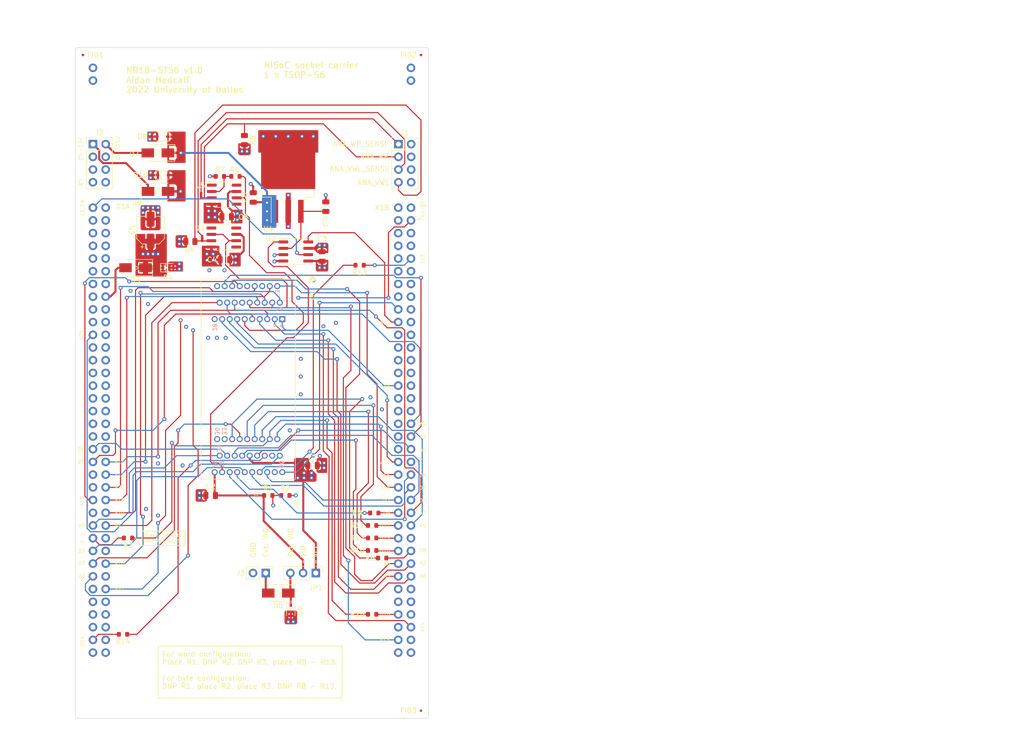
<source format=kicad_pcb>
(kicad_pcb (version 20211014) (generator pcbnew)
  (layers (0 "F.Cu" signal) (1 "In1.Cu" power) (2 "In2.Cu" power) (31 "B.Cu" signal) (34 "B.Paste" user) (35 "F.Paste" user) (36 "B.SilkS" user "B.Silkscreen") (37 "F.SilkS" user "F.Silkscreen") (38 "B.Mask" user) (39 "F.Mask" user) (44 "Edge.Cuts" user))
  (net 0 "")
  (net 1 "VCC")
  (net 8 "GND")
  (net 16 "VIO")
  (net 19 "+15V")
  (net 20 "/ANA_CE")
  (net 37 "/VCC_IN")
  (net 39 "/EVIO")
  (net 40 "/DQ15")
  (net 42 "/A-1")
  (net 44 "/A23")
  (net 45 "/A22")
  (net 46 "/A15")
  (net 47 "/A14")
  (net 48 "/A13")
  (net 49 "/A12")
  (net 50 "/A11")
  (net 51 "/A10")
  (net 53 "/A9")
  (net 55 "/A8")
  (net 56 "/A19")
  (net 57 "/A20")
  (net 58 "/~{WE}")
  (net 60 "/A21")
  (net 67 "/RY{slash}~{BY}")
  (net 69 "/A18")
  (net 70 "/A17")
  (net 74 "/A7")
  (net 79 "/A6")
  (net 80 "/A5")
  (net 87 "/A4")
  (net 89 "/A3")
  (net 90 "/A2")
  (net 99 "/A1")
  (net 106 "/A0")
  (net 108 "/~{CE}")
  (net 109 "/~{OE}")
  (net 110 "/DQ0")
  (net 111 "/DQ8")
  (net 113 "/DQ1")
  (net 114 "/DQ9")
  (net 115 "/DQ2")
  (net 116 "/DQ10")
  (net 117 "/DQ3")
  (net 118 "/DQ11")
  (net 119 "/DQ4")
  (net 120 "/DQ12")
  (net 121 "/DQ5")
  (net 122 "/DQ13")
  (net 123 "/DQ6")
  (net 124 "/DQ14")
  (net 125 "/DQ7")
  (net 126 "/A16")
  (net 127 "/A25")
  (net 128 "/A24")
  (net 129 "/CE_SW")
  (net 130 "/NE1")
  (net 137 "/EVIO_IN")
  (net 139 "/+15V_IN")
  (net 142 "-15V")
  (net 143 "/ANA_WP_SENSE")
  (net 146 "/ANA_WP")
  (net 147 "/ANA_VWL_SENSE")
  (net 148 "/ANA_VWL")
  (net 150 "/~{BYTE}")
  (net 151 "/VWL_BUF")
  (net 152 "/WP_BUF")
  (net 153 "/-15V_IN")
  (net 154 "Net-(R6-Pad1)")
  (net 156 "Net-(R8-Pad2)")
  (net 157 "Net-(R9-Pad1)")
  (net 158 "Net-(R10-Pad2)")
  (net 159 "Net-(R11-Pad1)")
  (net 160 "Net-(R12-Pad2)")
  (net 161 "Net-(R13-Pad1)")
  (net 162 "Net-(R14-Pad2)")
  (net 163 "Net-(R15-Pad1)")
  (footprint "Package_SO:SOIC-8_3.9x4.9mm_P1.27mm" (layer "F.Cu") (at 194.625 116.965)
    (fp_text reference "U3")
    (fp_text value "OPA189ID")
  )
  (footprint "Resistor_SMD:R_0603_1608Metric" (layer "F.Cu") (at 196.95 104.75)
    (fp_text reference "R6")
    (fp_text value "1K")
  )
  (footprint "Resistor_SMD:R_0805_2012Metric" (layer "F.Cu") (at 198.75 97.5 -90)
    (fp_text reference "R5")
    (fp_text value "1M")
  )
  (footprint "Connector_PinHeader_2.54mm:PinHeader_2x04_P2.54mm_Vertical" (layer "F.Cu") (at 168.499999 98.300001)
    (fp_text reference "J2")
    (fp_text value "0.1\" Female Long Tail")
  )
  (footprint "Capacitor_SMD:C_0805_2012Metric" (layer "F.Cu") (at 192 168.5 180)
    (fp_text reference "C2")
    (fp_text value "0.1uF")
  )
  (footprint "Capacitor_SMD:C_0805_2012Metric" (layer "F.Cu") (at 212.35 162.5)
    (fp_text reference "C1")
    (fp_text value "0.1uF")
  )
  (footprint "Resistor_SMD:R_0603_1608Metric" (layer "F.Cu") (at 206.9125 168.5)
    (fp_text reference "R2")
    (fp_text value "0")
  )
  (footprint "Package_SO:SOIC-8_3.9x4.9mm_P1.27mm" (layer "F.Cu") (at 194.7 108.4)
    (fp_text reference "U5")
    (fp_text value "OPA189ID")
  )
  (footprint "Resistor_SMD:R_0603_1608Metric" (layer "F.Cu") (at 224.25 179.5)
    (fp_text reference "R10")
    (fp_text value "0")
  )
  (footprint "Resistor_SMD:R_0603_1608Metric" (layer "F.Cu") (at 221.75 122.5 180)
    (fp_text reference "R13")
    (fp_text value "0")
  )
  (footprint "Package_SO:SOIC-8_3.9x4.9mm_P1.27mm" (layer "F.Cu") (at 209 119.75)
    (fp_text reference "U2")
    (fp_text value "DG419LDY")
  )
  (footprint "Diode_SMD:D_SOD-323" (layer "F.Cu") (at 182.35 96.8 180)
    (fp_text reference "D8")
    (fp_text value "18V")
  )
  (footprint "Package_TO_SOT_SMD:TO-263-3_TabPin2" (layer "F.Cu") (at 207.475 105.95 90)
    (fp_text reference "U4")
    (fp_text value "NCV7809")
  )
  (footprint "Diode_SMD:D_SMA" (layer "F.Cu") (at 181.5 107.75)
    (fp_text reference "D9")
    (fp_text value "S1G")
  )
  (footprint "Connector_PinHeader_2.54mm:PinHeader_1x03_P2.54mm_Vertical" (layer "F.Cu") (at 213 184 -90)
    (fp_text reference "JP1")
    (fp_text value "Jumper_3_Bridged12")
  )
  (footprint "Fiducial:Fiducial_0.5mm_Mask1mm" (layer "F.Cu") (at 234 80.5)
    (fp_text reference "FID2")
    (fp_text value "Fiducial")
  )
  (footprint "Diode_SMD:D_SOD-323" (layer "F.Cu") (at 183.5 123)
    (fp_text reference "D4")
    (fp_text value "5.1V")
  )
  (footprint "Capacitor_SMD:C_0805_2012Metric" (layer "F.Cu") (at 195.2 112.8 180)
    (fp_text reference "C8")
    (fp_text value "0.1uF")
  )
  (footprint "Capacitor_SMD:C_0805_2012Metric" (layer "F.Cu") (at 215 110.8 90)
    (fp_text reference "C7")
    (fp_text value "0.1uF")
  )
  (footprint "Diode_SMD:D_SOD-323" (layer "F.Cu") (at 208 191.5 -90)
    (fp_text reference "D6")
    (fp_text value "15V")
  )
  (footprint "Diode_SMD:D_SMA" (layer "F.Cu") (at 177 123 180)
    (fp_text reference "D3")
    (fp_text value "S1G")
  )
  (footprint "Capacitor_SMD:CP_Elec_5x5.3" (layer "F.Cu") (at 180 115.5 90)
    (fp_text reference "C5")
    (fp_text value "47uF 16V")
  )
  (footprint "Fiducial:Fiducial_0.5mm_Mask1mm" (layer "F.Cu") (at 166.5 80.5)
    (fp_text reference "FID1")
    (fp_text value "Fiducial")
  )
  (footprint "Resistor_SMD:R_0603_1608Metric" (layer "F.Cu") (at 224.25 174.5 180)
    (fp_text reference "R11")
    (fp_text value "0")
  )
  (footprint "Diode_SMD:D_SMA" (layer "F.Cu") (at 181.45 100.05 180)
    (fp_text reference "D7")
    (fp_text value "S1G")
  )
  (footprint "Diode_SMD:D_SOD-323" (layer "F.Cu") (at 182.5 104.5)
    (fp_text reference "D10")
    (fp_text value "18V")
  )
  (footprint "NetTie:NetTie-2_SMD_Pad0.5mm" (layer "F.Cu") (at 190.3 117.15 90)
    (fp_text reference "NT1" hide)
    (fp_text value "NetTie_2" hide)
  )
  (footprint "NISoC-Socket:Socket_TSOP-56" (layer "F.Cu") (at 205.300742 126.669258 -90)
    (fp_text reference "U1")
    (fp_text value "S29GL01GP")
  )
  (footprint "Resistor_SMD:R_0603_1608Metric" (layer "F.Cu") (at 224.675 172 180)
    (fp_text reference "R9")
    (fp_text value "0")
  )
  (footprint "Resistor_SMD:R_0603_1608Metric" (layer "F.Cu") (at 203.5 168.5)
    (fp_text reference "R1")
    (fp_text value "0")
  )
  (footprint "Diode_SMD:D_SMA" (layer "F.Cu") (at 205.5 188 180)
    (fp_text reference "D5")
    (fp_text value "S1G")
  )
  (footprint "Resistor_SMD:R_0603_1608Metric" (layer "F.Cu") (at 174.5 196.25 180)
    (fp_text reference "R14")
    (fp_text value "0")
  )
  (footprint "Resistor_SMD:R_0603_1608Metric" (layer "F.Cu") (at 193.85 104.75 180)
    (fp_text reference "R7")
    (fp_text value "1K")
  )
  (footprint "Resistor_SMD:R_0603_1608Metric" (layer "F.Cu") (at 175.499999 177.000001 180)
    (fp_text reference "R3")
    (fp_text value "0")
  )
  (footprint "Fiducial:Fiducial_0.5mm_Mask1mm" (layer "F.Cu") (at 234 211.5)
    (fp_text reference "FID3")
    (fp_text value "Fiducial")
  )
  (footprint "Connector_PinHeader_2.54mm:PinHeader_2x04_P2.54mm_Vertical" (layer "F.Cu") (at 229.499999 98.300001)
    (fp_text reference "J1")
    (fp_text value "0.1\" Female Long Tail")
  )
  (footprint "Capacitor_SMD:C_0805_2012Metric" (layer "F.Cu") (at 194.85 121.4 180)
    (fp_text reference "C4")
    (fp_text value "0.1uF")
  )
  (footprint "Connector_PinHeader_2.54mm:PinHeader_1x02_P2.54mm_Vertical" (layer "F.Cu") (at 203 184 -90)
    (fp_text reference "J3")
    (fp_text value "Conn_01x02")
  )
  (footprint "Resistor_SMD:R_0603_1608Metric" (layer "F.Cu") (at 224.25 177)
    (fp_text reference "R12")
    (fp_text value "0")
  )
  (footprint "Resistor_SMD:R_0603_1608Metric" (layer "F.Cu") (at 224.25 192.25 180)
    (fp_text reference "R15")
    (fp_text value "0")
  )
  (footprint "Resistor_SMD:R_0603_1608Metric" (layer "F.Cu") (at 226.25 181)
    (fp_text reference "R8")
    (fp_text value "0")
  )
  (footprint "NetTie:NetTie-2_SMD_Pad0.5mm" (layer "F.Cu") (at 190.1 108.55 90)
    (fp_text reference "NT2" hide)
    (fp_text value "NetTie_2" hide)
  )
  (footprint "NISoC-Socket:ST_Morpho_Connector_144_STLink_MountingHoles" (layer "F.Cu") (at 168.499999 111.000001)
    (fp_text reference "X1" hide)
    (fp_text value "NUCLEO144-ZIO" hide)
  )
  (footprint "Resistor_SMD:R_0805_2012Metric" (layer "F.Cu") (at 187.95 117.75 180)
    (fp_text reference "R4")
    (fp_text value "1M")
  )
  (footprint "Capacitor_SMD:C_0805_2012Metric" (layer "F.Cu") (at 200.5 108.95 90)
    (fp_text reference "C6")
    (fp_text value "0.33uF")
  )
  (footprint "Capacitor_SMD:C_0805_2012Metric" (layer "F.Cu") (at 214.25 120.75 90)
    (fp_text reference "C3")
    (fp_text value "0.1uF")
  )
  (gr_line (start 234.05 113.05) (end 233.25 113.5) (layer "F.SilkS") (width 0.15))
  (gr_line (start 181.95 107.025) (end 180.95 107.725) (layer "F.SilkS") (width 0.1))
  (gr_line (start 176.55 122.35) (end 176.55 123.7) (layer "F.SilkS") (width 0.1))
  (gr_line (start 213 182) (end 213 181.5) (layer "F.SilkS") (width 0.15))
  (gr_line (start 181 100.75) (end 182 100.05) (layer "F.SilkS") (width 0.1))
  (gr_line (start 177 177) (end 177.95 178.5) (layer "F.SilkS") (width 0.15))
  (gr_line (start 176.55 123.7) (end 177.55 123) (layer "F.SilkS") (width 0.1))
  (gr_line (start 177.55 123) (end 177.55 123.6) (layer "F.SilkS") (width 0.1))
  (gr_line (start 182.85 96.05) (end 182.85 97.55) (layer "F.SilkS") (width 0.15))
  (gr_line (start 218.25 209) (end 181.5 209) (layer "F.SilkS") (width 0.15))
  (gr_line (start 182 100.05) (end 182 100.65) (layer "F.SilkS") (width 0.1))
  (gr_line (start 181.5 198.6) (end 218.25 198.6) (layer "F.SilkS") (width 0.15))
  (gr_line (start 206.05 188) (end 206.05 187.4) (layer "F.SilkS") (width 0.1))
  (gr_line (start 183 122.25) (end 183 123.75) (layer "F.SilkS") (width 0.15))
  (gr_line (start 206.05 188) (end 206.05 188.6) (layer "F.SilkS") (width 0.1))
  (gr_line (start 207.25 191) (end 208.75 191) (layer "F.SilkS") (width 0.15))
  (gr_line (start 178.3 178.5) (end 178.3 175.6) (layer "F.SilkS") (width 0.15))
  (gr_line (start 210.5 181.5) (end 210.5 182) (layer "F.SilkS") (width 0.15))
  (gr_line (start 205.05 187.35) (end 205.05 188.7) (layer "F.SilkS") (width 0.1))
  (gr_line (start 181.95 108.375) (end 181.95 107.025) (layer "F.SilkS") (width 0.1))
  (gr_line (start 177.55 123) (end 176.55 122.35) (layer "F.SilkS") (width 0.1))
  (gr_line (start 182.1 103.75) (end 182.1 105.25) (layer "F.SilkS") (width 0.15))
  (gr_line (start 182 100.05) (end 181 99.4) (layer "F.SilkS") (width 0.1))
  (gr_line (start 182 100.05) (end 182 99.45) (layer "F.SilkS") (width 0.1))
  (gr_line (start 181.5 209) (end 181.5 198.6) (layer "F.SilkS") (width 0.15))
  (gr_line (start 178.3 175.6) (end 186.9 175.6) (layer "F.SilkS") (width 0.15))
  (gr_line (start 181 99.4) (end 181 100.75) (layer "F.SilkS") (width 0.1))
  (gr_line (start 186.9 178.5) (end 178.3 178.5) (layer "F.SilkS") (width 0.15))
  (gr_line (start 205.05 188.7) (end 206.05 188) (layer "F.SilkS") (width 0.1))
  (gr_line (start 206.05 188) (end 205.05 187.35) (layer "F.SilkS") (width 0.1))
  (gr_line (start 186.9 175.6) (end 186.9 178.5) (layer "F.SilkS") (width 0.15))
  (gr_line (start 177.95 178.5) (end 178.3 178.5) (layer "F.SilkS") (width 0.15))
  (gr_line (start 180.95 107.725) (end 180.95 108.325) (layer "F.SilkS") (width 0.1))
  (gr_line (start 218.25 198.6) (end 218.25 209) (layer "F.SilkS") (width 0.15))
  (gr_line (start 180.95 107.725) (end 180.95 107.125) (layer "F.SilkS") (width 0.1))
  (gr_line (start 177.55 123) (end 177.55 122.4) (layer "F.SilkS") (width 0.1))
  (gr_line (start 208 182) (end 208 181.5) (layer "F.SilkS") (width 0.15))
  (gr_line (start 180.95 107.725) (end 181.95 108.375) (layer "F.SilkS") (width 0.1))
  (gr_line (start 165.499999 79.000001) (end 234.999999 79.000001) (layer "Edge.Cuts") (width 0.1))
  (gr_arc (start 165.499998 213.000002) (mid 165.146445 212.853555) (end 164.999998 212.500002) (layer "Edge.Cuts") (width 0.1))
  (gr_arc (start 164.999999 79.500001) (mid 165.146446 79.146448) (end 165.499999 79.000001) (layer "Edge.Cuts") (width 0.1))
  (gr_arc (start 235.5 212.500002) (mid 235.353553 212.853555) (end 235 213.000002) (layer "Edge.Cuts") (width 0.1))
  (gr_line (start 234.999999 213.000001) (end 165.499999 213.000001) (layer "Edge.Cuts") (width 0.1))
  (gr_line (start 235.499999 79.500001) (end 235.499999 212.500001) (layer "Edge.Cuts") (width 0.1))
  (gr_arc (start 235 79) (mid 235.353553 79.146447) (end 235.5 79.5) (layer "Edge.Cuts") (width 0.1))
  (gr_line (start 164.999999 212.500001) (end 164.999999 79.500001) (layer "Edge.Cuts") (width 0.1))
  (gr_text "A20" (at 172.8 171.9) (layer "F.SilkS") (effects (font (size 0.7 0.7) (thickness 0.1)) (justify left)))
  (gr_text "D15" (at 227.9 192.25) (layer "F.SilkS") (effects (font (size 0.7 0.7) (thickness 0.1)) (justify right)))
  (gr_text "D8" (at 233.6 179.5) (layer "F.SilkS") (effects (font (size 0.7 0.7) (thickness 0.1)) (justify left)))
  (gr_text "GND" (at 209.1 170.1 90) (layer "F.SilkS") (effects (font (size 0.7 0.7) (thickness 0.1))))
  (gr_text "D10" (at 227.9 179.6) (layer "F.SilkS") (effects (font (size 0.7 0.7) (thickness 0.1)) (justify right)))
  (gr_text "D12" (at 227.9 177) (layer "F.SilkS") (effects (font (size 0.7 0.7) (thickness 0.1)) (justify right)))
  (gr_text "D13" (at 234.35 122.4 90) (layer "F.SilkS") (effects (font (size 0.7 0.7) (thickness 0.1)) (justify left)))
  (gr_text "~{WE}" (at 166.9 161.9) (layer "F.SilkS") (effects (font (size 0.7 0.7) (thickness 0.1)) (justify right)))
  (gr_text "VIO" (at 201.1 168.4 90) (layer "F.SilkS") (effects (font (size 0.7 0.7) (thickness 0.1))))
  (gr_text "A13" (at 227.8 197.4) (layer "F.SilkS") (effects (font (size 0.7 0.7) (thickness 0.1)) (justify right)))
  (gr_text "~{OE}" (at 166.9 159.4) (layer "F.SilkS") (effects (font (size 0.7 0.7) (thickness 0.1)) (justify right)))
  (gr_text "+15V" (at 173.5 98.25 90) (layer "F.SilkS") (effects (font (size 0.75 0.75) (thickness 0.1))))
  (gr_text "Ext. VIO" (at 208 181 90) (layer "F.SilkS") (effects (font (size 1 1)) (justify left)))
  (gr_text "A11" (at 172.8 161.8) (layer "F.SilkS") (effects (font (size 0.7 0.7) (thickness 0.1)) (justify left)))
  (gr_text "A0" (at 167 174.5) (layer "F.SilkS") (effects (font (size 0.7 0.7) (thickness 0.1)) (justify right)))
  (gr_text "NR1B-ST56 v1.0\nAidan Medcalf\n2022 University of Dallas" (at 175 85.5) (layer "F.SilkS") (effects (font (size 1.2 1.2) (thickness 0.2)) (justify left)))
  (gr_text "A6" (at 227.9 182.1) (layer "F.SilkS") (effects (font (size 0.7 0.7) (thickness 0.1)) (justify right)))
  (gr_text "For word configuration:\nPlace R1, DNP R2, DNP R3, place R8 - R13.\n\nFor byte configuration:\nDNP R1, place R2, place R3, DNP R8 - R13." (at 182.2 203.4) (layer "F.SilkS") (effects (font (size 1 1)) (justify left)))
  (gr_text "A14" (at 234.3 195.8 90) (layer "F.SilkS") (effects (font (size 0.7 0.7) (thickness 0.1)) (justify left)))
  (gr_text "NISoC socket carrier\n1 x TSOP-56" (at 202.5 83.5) (layer "F.SilkS") (effects (font (size 1.2 1.2) (thickness 0.2)) (justify left)))
  (gr_text "X1B" (at 226.25 111) (layer "F.SilkS") (effects (font (size 1 1))))
  (gr_text "Place for byte.\nDNP for word." (at 178.6 177) (layer "F.SilkS") (effects (font (size 0.7 0.7) (thickness 0.1)) (justify left)))
  (gr_text "D4" (at 233.6 164.4) (layer "F.SilkS") (effects (font (size 0.7 0.7) (thickness 0.1)) (justify left)))
  (gr_text "D3" (at 167 179.6) (layer "F.SilkS") (effects (font (size 0.7 0.7) (thickness 0.1)) (justify right)))
  (gr_text "GND" (at 200.5 181 90) (layer "F.SilkS") (effects (font (size 1 1)) (justify left)))
  (gr_text "A7" (at 233.7 172) (layer "F.SilkS") (effects (font (size 0.7 0.7) (thickness 0.1)) (justify left)))
  (gr_text "CE_SW" (at 166.4 111 90) (layer "F.SilkS") (effects (font (size 0.7 0.7) (thickness 0.1))))
  (gr_text "D14" (at 166.4 196.5 90) (layer "F.SilkS") (effects (font (size 0.7 0.7) (thickness 0.1)) (justify right)))
  (gr_text "D6" (at 233.6 174.5) (layer "F.SilkS") (effects (font (size 0.7 0.7) (thickness 0.1)) (justify left)))
  (gr_text "RY/~{BY}" (at 234.5 113 90) (layer "F.SilkS") (effects (font (size 0.7 0.7) (thickness 0.1)) (justify left)))
  (gr_text "ANA_VWL_SENSE" (at 221.75 103.25) (layer "F.SilkS") (effects (font (size 1 1))))
  (gr_text "A2" (at 233.7 182) (layer "F.SilkS") (effects (font (size 0.7 0.7) (thickness 0.1)) (justify left)))
  (gr_text "A21" (at 172.8 187.2) (layer "F.SilkS") (effects (font (size 0.7 0.7) (thickness 0.1)) (justify left)))
  (gr_text "ANA_VWL" (at 224.5 106) (layer "F.SilkS") (effects (font (size 1 1))))
  (gr_text "X1A" (at 174.5 110.75) (layer "F.SilkS") (effects (font (size 1 1))))
  (gr_text "D9" (at 227.9 172) (layer "F.SilkS") (effects (font (size 0.7 0.7) (thickness 0.1)) (justify right)))
  (gr_text "A18" (at 166.3 168.6 90) (layer "F.SilkS") (effects (font (size 0.7 0.7) (thickness 0.1)) (justify right)))
  (gr_text "D1" (at 233.6 169.5) (layer "F.SilkS") (effects (font (size 0.7 0.7) (thickness 0.1)) (justify left)))
  (gr_text "Ext. VIO" (at 203 181 90) (layer "F.SilkS") (effects (font (size 1 1)) (justify left)))
  (gr_text "G" (at 166.021115 106) (layer "F.SilkS") (effects (font (size 1 1))))
  (gr_text "A16" (at 227.9 164.5) (layer "F.SilkS") (effects (font (size 0.7 0.7) (thickness 0.1)) (justify right)))
  (gr_text "G" (at 166 101) (layer "F.SilkS") (effects (font (size 1 1))))
  (gr_text "A23" (at 227.8 146.6) (layer "F.SilkS") (effects (font (size 0.7 0.7) (thickness 0.1)) (justify right)))
  (gr_text "A1" (at 172.8 174.5) (layer "F.SilkS") (effects (font (size 0.7 0.7) (thickness 0.1)) (justify left)))
  (gr_text "A9" (at 167 184.6) (layer "F.SilkS") (effects (font (size 0.7 0.7) (thickness 0.1)) (justify right)))
  (gr_text "A15" (at 227.9 167) (layer "F.SilkS") (effects (font (size 0.7 0.7) (thickness 0.1)) (justify right)))
  (gr_text "VCC" (at 213 181 90) (layer "F.SilkS") (effects (font (size 1 1)) (justify left)))
  (gr_text "D0" (at 233.6 167) (layer "F.SilkS") (effects (font (size 0.7 0.7) (thickness 0.1)) (justify left)))
  (gr_text "NE1" (at 227.9 134) (layer "F.SilkS") (effects (font (size 0.7 0.7) (thickness 0.1)) (justify right)))
  (gr_text "A-1" (at 166.4 175.9 90) (layer "F.SilkS") (effects (font (size 0.7 0.7) (thickness 0.1)) (justify right)))
  (gr_text "A17" (at 227.9 161.9) (layer "F.SilkS") (effects (font (size 0.7 0.7) (thickness 0.1)) (justify right)))
  (gr_text "A3" (at 233.65 156.85) (layer "F.SilkS") (effects (font (size 0.7 0.7) (thickness 0.1)) (justify left)))
  (gr_text "ANA_WP_SENSE" (at 222 98.25) (layer "F.SilkS") (effects (font (size 1 1))))
  (gr_text "D7" (at 227.9 169.5) (layer "F.SilkS") (effects (font (size 0.7 0.7) (thickness 0.1)) (justify right)))
  (gr_text "VIO" (at 210.5 181 90) (layer "F.SilkS") (effects (font (size 1 1)) (justify left)))
  (gr_text "D5" (at 233.6 159.5) (layer "F.SilkS") (effects (font (size 0.7 0.7) (thickness 0.1)) (justify left)))
  (gr_text "ANA_WP" (at 224.75 100.75) (layer "F.SilkS") (effects (font (size 1 1))))
  (gr_text "G" (at 173.5 101) (layer "F.SilkS") (effects (font (size 1 1))))
  (gr_text "-15V" (at 166 98.4 90) (layer "F.SilkS") (effects (font (size 0.75 0.75) (thickness 0.1))))
  (gr_text "A22" (at 172.8 166.8) (layer "F.SilkS") (effects (font (size 0.7 0.7) (thickness 0.1)) (justify left)))
  (gr_text "A4" (at 233.65 154.3) (layer "F.SilkS") (effects (font (size 0.7 0.7) (thickness 0.1)) (justify left)))
  (gr_text "A25" (at 166.2 135.4 90) (layer "F.SilkS") (effects (font (size 0.7 0.7) (thickness 0.1)) (justify right)))
  (gr_text "A8" (at 233.7 184.6) (layer "F.SilkS") (effects (font (size 0.7 0.7) (thickness 0.1)) (justify left)))
  (gr_text "D11" (at 227.9 174.5) (layer "F.SilkS") (effects (font (size 0.7 0.7) (thickness 0.1)) (justify right)))
  (gr_text "D2" (at 167 182) (layer "F.SilkS") (effects (font (size 0.7 0.7) (thickness 0.1)) (justify right)))
  (gr_text "A12" (at 172.8 164.4) (layer "F.SilkS") (effects (font (size 0.7 0.7) (thickness 0.1)) (justify left)))
  (gr_text "A19" (at 172.8 169.4) (layer "F.SilkS") (effects (font (size 0.7 0.7) (thickness 0.1)) (justify left)))
  (gr_text "A5" (at 227.9 184.6) (layer "F.SilkS") (effects (font (size 0.7 0.7) (thickness 0.1)) (justify right)))
  (gr_text "A10" (at 172.8 182.1) (layer "F.SilkS") (effects (font (size 0.7 0.7) (thickness 0.1)) (justify left)))
  (segment (start 211.475 121.655) (end 214.205 121.655) (width 0.4) (layer "F.Cu") (net 1))
  (segment (start 210 162) (end 200.5 162) (width 0.4) (layer "F.Cu") (net 1))
  (segment (start 199.800742 161.300742) (end 199.800742 160.549258) (width 0.4) (layer "F.Cu") (net 1))
  (segment (start 200.5 162) (end 199.800742 161.300742) (width 0.4) (layer "F.Cu") (net 1))
  (segment (start 210.5 175.5) (end 213 178) (width 0.4) (layer "F.Cu") (net 1))
  (segment (start 210.5 175.5) (end 210.5 165.15) (width 0.4) (layer "F.Cu") (net 1))
  (segment (start 214.205 121.655) (end 214.25 121.7) (width 0.4) (layer "F.Cu") (net 1))
  (segment (start 213 178) (end 213 184) (width 0.4) (layer "F.Cu") (net 1))
  (segment (start 210.5 165.15) (end 210.65 165) (width 0.4) (layer "F.Cu") (net 1))
  (via (at 178.5 120.25) (size 0.8) (drill 0.4) (layers "F.Cu" "B.Cu") (net 1))
  (via (at 212.15 165) (size 0.8) (drill 0.4) (layers "F.Cu" "B.Cu") (net 1))
  (via (at 210.65 165) (size 0.8) (drill 0.4) (layers "F.Cu" "B.Cu") (net 1))
  (via (at 213.75 123) (size 0.8) (drill 0.4) (layers "F.Cu" "B.Cu") (net 1))
  (via (at 180.5 120.25) (size 0.8) (drill 0.4) (layers "F.Cu" "B.Cu") (net 1))
  (via (at 210.65 164) (size 0.8) (drill 0.4) (layers "F.Cu" "B.Cu") (net 1))
  (via (at 214.75 123) (size 0.8) (drill 0.4) (layers "F.Cu" "B.Cu") (net 1))
  (via (at 179.5 120.25) (size 0.8) (drill 0.4) (layers "F.Cu" "B.Cu") (net 1))
  (via (at 212.15 164) (size 0.8) (drill 0.4) (layers "F.Cu" "B.Cu") (net 1))
  (via (at 209.4 165) (size 0.8) (drill 0.4) (layers "F.Cu" "B.Cu") (net 1))
  (via (at 181.5 120.25) (size 0.8) (drill 0.4) (layers "F.Cu" "B.Cu") (net 1))
  (segment (start 215 109.85) (end 215 108.5) (width 0.4) (layer "F.Cu") (net 8))
  (segment (start 209 168.5) (end 207.825 168.5) (width 0.22) (layer "F.Cu") (net 8))
  (segment (start 193.025 104.75) (end 191.85 104.75) (width 0.4) (layer "F.Cu") (net 8))
  (segment (start 206.525 120.385) (end 204.865 120.385) (width 0.22) (layer "F.Cu") (net 8))
  (segment (start 200.5 108) (end 200.5 106.75) (width 0.4) (layer "F.Cu") (net 8))
  (segment (start 204.865 120.385) (end 204.75 120.5) (width 0.22) (layer "F.Cu") (net 8))
  (segment (start 200.5 106.75) (end 200 106.25) (width 0.4) (layer "F.Cu") (net 8))
  (via (at 210 148.3) (size 0.8) (drill 0.4) (layers "F.Cu" "B.Cu") (net 8))
  (via (at 179.85 96.3) (size 0.8) (drill 0.4) (layers "F.Cu" "B.Cu") (net 8))
  (via (at 204.75 120.5) (size 0.8) (drill 0.4) (layers "F.Cu" "B.Cu") (net 8))
  (via (at 195 137) (size 0.8) (drill 0.4) (layers "F.Cu" "B.Cu") (net 8))
  (via (at 189.75 169) (size 0.8) (drill 0.4) (layers "F.Cu" "B.Cu") (net 8))
  (via (at 207.5 96.75) (size 0.8) (drill 0.4) (layers "F.Cu" "B.Cu") (net 8))
  (via (at 214.65 162) (size 0.8) (drill 0.4) (layers "F.Cu" "B.Cu") (net 8))
  (via (at 209 168.5) (size 0.8) (drill 0.4) (layers "F.Cu" "B.Cu") (net 8))
  (via (at 207.5 114.75) (size 0.8) (drill 0.4) (layers "F.Cu" "B.Cu") (net 8))
  (via (at 193.25 137) (size 0.8) (drill 0.4) (layers "F.Cu" "B.Cu") (net 8))
  (via (at 217 134) (size 0.8) (drill 0.4) (layers "F.Cu" "B.Cu") (net 8))
  (via (at 210 144.75) (size 0.8) (drill 0.4) (layers "F.Cu" "B.Cu") (net 8))
  (via (at 208.5 193.75) (size 0.8) (drill 0.4) (layers "F.Cu" "B.Cu") (net 8))
  (via (at 214.5 134.7) (size 0.8) (drill 0.4) (layers "F.Cu" "B.Cu") (net 8))
  (via (at 207.5 193.75) (size 0.8) (drill 0.4) (layers "F.Cu" "B.Cu") (net 8))
  (via (at 202.5 96.75) (size 0.8) (drill 0.4) (layers "F.Cu" "B.Cu") (net 8))
  (via (at 181.5 112) (size 0.8) (drill 0.4) (layers "F.Cu" "B.Cu") (net 8))
  (via (at 210 141.2) (size 0.8) (drill 0.4) (layers "F.Cu" "B.Cu") (net 8))
  (via (at 210.25 96.75) (size 0.8) (drill 0.4) (layers "F.Cu" "B.Cu") (net 8))
  (via (at 214.65 163) (size 0.8) (drill 0.4) (layers "F.Cu" "B.Cu") (net 8))
  (via (at 213.8 160.6) (size 0.8) (drill 0.4) (layers "F.Cu" "B.Cu") (net 8))
  (via (at 207.5 108.5) (size 0.8) (drill 0.4) (layers "F.Cu" "B.Cu") (net 8))
  (via (at 180 105) (size 0.8) (drill 0.4) (layers "F.Cu" "B.Cu") (net 8))
  (via (at 185.75 123.25) (size 0.8) (drill 0.4) (layers "F.Cu" "B.Cu") (net 8))
  (via (at 194.75 123.5) (size 0.8) (drill 0.4) (layers "F.Cu" "B.Cu") (net 8))
  (via (at 212.5 96.75) (size 0.8) (drill 0.4) (layers "F.Cu" "B.Cu") (net 8))
  (via (at 189.75 168) (size 0.8) (drill 0.4) (layers "F.Cu" "B.Cu") (net 8))
  (via (at 185.75 122.25) (size 0.8) (drill 0.4) (layers "F.Cu" "B.Cu") (net 8))
  (via (at 191.75 123.5) (size 0.8) (drill 0.4) (layers "F.Cu" "B.Cu") (net 8))
  (via (at 214.75 118.5) (size 0.8) (drill 0.4) (layers "F.Cu" "B.Cu") (net 8))
  (via (at 199.25 99.75) (size 0.8) (drill 0.4) (layers "F.Cu" "B.Cu") (net 8))
  (via (at 186.4 162.5) (size 0.8) (drill 0.4) (layers "F.Cu" "B.Cu") (net 8))
  (via (at 179.1 171.2) (size 0.8) (drill 0.4) (layers "F.Cu" "B.Cu") (net 8))
  (via (at 180.5 111) (size 0.8) (drill 0.4) (layers "F.Cu" "B.Cu") (net 8))
  (via (at 191.85 104.75) (size 0.8) (drill 0.4) (layers "F.Cu" "B.Cu") (net 8))
  (via (at 178.5 111) (size 0.8) (drill 0.4) (layers "F.Cu" "B.Cu") (net 8))
  (via (at 205 96.75) (size 0.8) (drill 0.4) (layers "F.Cu" "B.Cu") (net 8))
  (via (at 213.75 118.5) (size 0.8) (drill 0.4) (layers "F.Cu" "B.Cu") (net 8))
  (via (at 226.2 151.3) (size 0.8) (drill 0.4) (layers "F.Cu" "B.Cu") (net 8))
  (via (at 200 106.25) (size 0.8) (drill 0.4) (layers "F.Cu" "B.Cu") (net 8))
  (via (at 179.85 97.3) (size 0.8) (drill 0.4) (layers "F.Cu" "B.Cu") (net 8))
  (via (at 187.1 134.8) (size 0.8) (drill 0.4) (layers "F.Cu" "B.Cu") (net 8))
  (via (at 198.25 99.75) (size 0.8) (drill 0.4) (layers "F.Cu" "B.Cu") (net 8))
  (via (at 179.5 130.25) (size 0.8) (drill 0.4) (layers "F.Cu" "B.Cu") (net 8))
  (via (at 179.5 111) (size 0.8) (drill 0.4) (layers "F.Cu" "B.Cu") (net 8))
  (via (at 207.8 155.5) (size 0.8) (drill 0.4) (layers "F.Cu" "B.Cu") (net 8))
  (via (at 178.5 112) (size 0.8) (drill 0.4) (layers "F.Cu" "B.Cu") (net 8))
  (via (at 181.5 111) (size 0.8) (drill 0.4) (layers "F.Cu" "B.Cu") (net 8))
  (via (at 215 108.5) (size 0.8) (drill 0.4) (layers "F.Cu" "B.Cu") (net 8))
  (via (at 181.5 172.5) (size 0.8) (drill 0.4) (layers "F.Cu" "B.Cu") (net 8))
  (via (at 185.75 117.25) (size 0.8) (drill 0.4) (layers "F.Cu" "B.Cu") (net 8))
  (via (at 181.5 162.1) (size 0.8) (drill 0.4) (layers "F.Cu" "B.Cu") (net 8))
  (via (at 212.5 125.5) (size 0.8) (drill 0.4) (layers "F.Cu" "B.Cu") (net 8))
  (via (at 180 104) (size 0.8) (drill 0.4) (layers "F.Cu" "B.Cu") (net 8))
  (via (at 223.9 148.9) (size 0.8) (drill 0.4) (layers "F.Cu" "B.Cu") (net 8))
  (via (at 176 127.6) (size 0.8) (drill 0.4) (layers "F.Cu" "B.Cu") (net 8))
  (via (at 185.75 118.25) (size 0.8) (drill 0.4) (layers "F.Cu" "B.Cu") (net 8))
  (via (at 191.5 137) (size 0.8) (drill 0.4) (layers "F.Cu" "B.Cu") (net 8))
  (segment (start 192.800742 168.350742) (end 192.95 168.5) (width 0.4) (layer "F.Cu") (net 16))
  (segment (start 202.5875 168.5) (end 192.95 168.5) (width 0.4) (layer "F.Cu") (net 16))
  (segment (start 210.46 181.46) (end 202.5875 173.5875) (width 0.4) (layer "F.Cu") (net 16))
  (segment (start 210.46 184) (end 210.46 181.46) (width 0.4) (layer "F.Cu") (net 16))
  (segment (start 202.5875 173.5875) (end 202.5875 168.5) (width 0.4) (layer "F.Cu") (net 16))
  (segment (start 192.800742 163.849258) (end 192.800742 168.350742) (width 0.4) (layer "F.Cu") (net 16))
  (segment (start 206.525 121.655) (end 204.845 121.655) (width 0.4) (layer "F.Cu") (net 19))
  (segment (start 197.175 107.765) (end 195.885 107.765) (width 0.4) (layer "F.Cu") (net 19))
  (segment (start 195.45 110.8) (end 196.3 111.65) (width 0.4) (layer "F.Cu") (net 19))
  (segment (start 195.885 107.765) (end 195.45 108.2) (width 0.4) (layer "F.Cu") (net 19))
  (segment (start 200.5 109.9) (end 203.15 109.9) (width 0.4) (layer "F.Cu") (net 19))
  (segment (start 197.1 116.33) (end 198.03 116.33) (width 0.4) (layer "F.Cu") (net 19))
  (segment (start 198.03 116.33) (end 198.6 116.9) (width 0.4) (layer "F.Cu") (net 19))
  (segment (start 195.45 108.2) (end 195.45 110.8) (width 0.4) (layer "F.Cu") (net 19))
  (segment (start 203.15 109.9) (end 203.25 110) (width 0.4) (layer "F.Cu") (net 19))
  (segment (start 198.6 119.65) (end 197.75 120.5) (width 0.4) (layer "F.Cu") (net 19))
  (segment (start 198.6 116.9) (end 198.6 119.65) (width 0.4) (layer "F.Cu") (net 19))
  (segment (start 204.845 121.655) (end 204.75 121.75) (width 0.4) (layer "F.Cu") (net 19))
  (via (at 203.25 110) (size 0.8) (drill 0.4) (layers "F.Cu" "B.Cu") (net 19))
  (via (at 197.35 113.4) (size 0.8) (drill 0.4) (layers "F.Cu" "B.Cu") (net 19))
  (via (at 203.25 111.75) (size 0.8) (drill 0.4) (layers "F.Cu" "B.Cu") (net 19))
  (via (at 186.05 100.05) (size 0.8) (drill 0.4) (layers "F.Cu" "B.Cu") (net 19))
  (via (at 197.35 112.15) (size 0.8) (drill 0.4) (layers "F.Cu" "B.Cu") (net 19))
  (via (at 197 120.75) (size 0.8) (drill 0.4) (layers "F.Cu" "B.Cu") (net 19))
  (via (at 203.25 113.5) (size 0.8) (drill 0.4) (layers "F.Cu" "B.Cu") (net 19))
  (via (at 197 122) (size 0.8) (drill 0.4) (layers "F.Cu" "B.Cu") (net 19))
  (via (at 204.75 121.75) (size 0.8) (drill 0.4) (layers "F.Cu" "B.Cu") (net 19))
  (segment (start 203.25 110) (end 203.25 107.75) (width 0.4) (layer "B.Cu") (net 19))
  (segment (start 195.55 100.05) (end 186.05 100.05) (width 0.4) (layer "B.Cu") (net 19))
  (segment (start 203.25 107.75) (end 195.55 100.05) (width 0.4) (layer "B.Cu") (net 19))
  (segment (start 215 111.75) (end 214.975 111.725) (width 0.22) (layer "F.Cu") (net 20))
  (segment (start 206.525 119.115) (end 208.135 119.115) (width 0.22) (layer "F.Cu") (net 20))
  (segment (start 214.975 111.725) (end 210.015 111.725) (width 0.22) (layer "F.Cu") (net 20))
  (segment (start 210.015 117.235) (end 210.015 111.725) (width 0.22) (layer "F.Cu") (net 20))
  (segment (start 208.135 119.115) (end 210.015 117.235) (width 0.22) (layer "F.Cu") (net 20))
  (segment (start 173 127.75) (end 173 123.5) (width 0.4) (layer "F.Cu") (net 37))
  (segment (start 171.039999 128.780001) (end 171.969999 128.780001) (width 0.4) (layer "F.Cu") (net 37))
  (segment (start 173.5 123) (end 175 123) (width 0.4) (layer "F.Cu") (net 37))
  (segment (start 171.969999 128.780001) (end 173 127.75) (width 0.4) (layer "F.Cu") (net 37))
  (segment (start 173 123.5) (end 173.5 123) (width 0.4) (layer "F.Cu") (net 37))
  (segment (start 208 188.5) (end 207.5 188) (width 0.4) (layer "F.Cu") (net 39))
  (segment (start 207.92 187.58) (end 207.5 188) (width 0.4) (layer "F.Cu") (net 39))
  (segment (start 208 190.45) (end 208 188.5) (width 0.4) (layer "F.Cu") (net 39))
  (segment (start 207.92 184) (end 207.92 187.58) (width 0.4) (layer "F.Cu") (net 39))
  (segment (start 215.25 153.5) (end 215.25 159) (width 0.22) (layer "F.Cu") (net 40))
  (segment (start 184.25 173.75) (end 180.999999 177.000001) (width 0.22) (layer "F.Cu") (net 40))
  (segment (start 180.999999 177.000001) (end 176.412499 177.000001) (width 0.22) (layer "F.Cu") (net 40))
  (segment (start 219 192.25) (end 223.425 192.25) (width 0.22) (layer "F.Cu") (net 40))
  (segment (start 216.25 189.5) (end 219 192.25) (width 0.22) (layer "F.Cu") (net 40))
  (segment (start 216.25 160) (end 216.25 189.5) (width 0.22) (layer "F.Cu") (net 40))
  (segment (start 184.25 158) (end 184.25 173.75) (width 0.22) (layer "F.Cu") (net 40))
  (segment (start 215.25 159) (end 216.25 160) (width 0.22) (layer "F.Cu") (net 40))
  (via (at 184.25 158) (size 0.8) (drill 0.4) (layers "F.Cu" "B.Cu") (net 40))
  (via (at 215.25 153.5) (size 0.8) (drill 0.4) (layers "F.Cu" "B.Cu") (net 40))
  (segment (start 184.83 158.58) (end 202.47 158.58) (width 0.22) (layer "B.Cu") (net 40))
  (segment (start 184.83 158.58) (end 184.25 158) (width 0.22) (layer "B.Cu") (net 40))
  (segment (start 203.800742 157.249258) (end 202.47 158.58) (width 0.22) (layer "B.Cu") (net 40))
  (segment (start 203.800742 157.249258) (end 203.800742 155.699258) (width 0.22) (layer "B.Cu") (net 40))
  (segment (start 203.800742 155.699258) (end 206 153.5) (width 0.22) (layer "B.Cu") (net 40))
  (segment (start 206 153.5) (end 215.25 153.5) (width 0.22) (layer "B.Cu") (net 40))
  (segment (start 172.164508 178.335492) (end 173.5 177) (width 0.22) (layer "F.Cu") (net 42))
  (segment (start 173.5 177) (end 174.587499 177.000001) (width 0.22) (layer "F.Cu") (net 42))
  (segment (start 168.499999 177.040001) (end 169.79549 178.335492) (width 0.22) (layer "F.Cu") (net 42))
  (segment (start 169.79549 178.335492) (end 172.164508 178.335492) (width 0.22) (layer "F.Cu") (net 42))
  (segment (start 207 135.5) (end 206.300742 134.800742) (width 0.22) (layer "B.Cu") (net 44))
  (segment (start 229.459999 146.560001) (end 226.560001 146.560001) (width 0.22) (layer "B.Cu") (net 44))
  (segment (start 206.300742 134.800742) (end 206.300742 133.269258) (width 0.22) (layer "B.Cu") (net 44))
  (segment (start 226.560001 146.560001) (end 215.5 135.5) (width 0.22) (layer "B.Cu") (net 44))
  (segment (start 215.5 135.5) (end 207 135.5) (width 0.22) (layer "B.Cu") (net 44))
  (segment (start 174 127) (end 174 166.5) (width 0.22) (layer "F.Cu") (net 45))
  (segment (start 174 166.5) (end 173.619999 166.880001) (width 0.22) (layer "F.Cu") (net 45))
  (segment (start 173.619999 166.880001) (end 171.039999 166.880001) (width 0.22) (layer "F.Cu") (net 45))
  (via (at 174 127) (size 0.8) (drill 0.4) (layers "F.Cu" "B.Cu") (net 45))
  (segment (start 180.5 127.75) (end 179.5 126.75) (width 0.22) (layer "B.Cu") (net 45))
  (segment (start 179.5 126.75) (end 174.25 126.75) (width 0.22) (layer "B.Cu") (net 45))
  (segment (start 205.800742 129.050742) (end 205.75 129) (width 0.22) (layer "B.Cu") (net 45))
  (segment (start 174.25 126.75) (end 174 127) (width 0.22) (layer "B.Cu") (net 45))
  (segment (start 205.75 129) (end 204.5 127.75) (width 0.22) (layer "B.Cu") (net 45))
  (segment (start 180.5 127.75) (end 204.5 127.75) (width 0.22) (layer "B.Cu") (net 45))
  (segment (start 205.800742 129.969258) (end 205.800742 129.050742) (width 0.22) (layer "B.Cu") (net 45))
  (segment (start 223.25 144.25) (end 225.25 146.25) (width 0.22) (layer "F.Cu") (net 46))
  (segment (start 227.380001 166.880001) (end 229.459999 166.880001) (width 0.22) (layer "F.Cu") (net 46))
  (segment (start 225.25 146.25) (end 225.25 164.75) (width 0.22) (layer "F.Cu") (net 46))
  (segment (start 223.25 128) (end 223.25 144.25) (width 0.22) (layer "F.Cu") (net 46))
  (segment (start 225.25 164.75) (end 227.380001 166.880001) (width 0.22) (layer "F.Cu") (net 46))
  (via (at 223.25 128) (size 0.8) (drill 0.4) (layers "F.Cu" "B.Cu") (net 46))
  (segment (start 205.300742 126.669258) (end 208.830742 126.669258) (width 0.22) (layer "B.Cu") (net 46))
  (segment (start 208.830742 126.669258) (end 210.161484 128) (width 0.22) (layer "B.Cu") (net 46))
  (segment (start 210.161484 128) (end 223.25 128) (width 0.22) (layer "B.Cu") (net 46))
  (segment (start 215.5 192) (end 217 193.5) (width 0.22) (layer "F.Cu") (net 47))
  (segment (start 214.5 159.6) (end 215.653 160.753) (width 0.22) (layer "F.Cu") (net 47))
  (segment (start 214.5 136.25) (end 214.5 159.6) (width 0.22) (layer "F.Cu") (net 47))
  (segment (start 230.679998 193.5) (end 231.999999 194.820001) (width 0.22) (layer "F.Cu") (net 47))
  (segment (start 215.653 160.753) (end 215.5 192) (width 0.22) (layer "F.Cu") (net 47))
  (segment (start 217 193.5) (end 230.679998 193.5) (width 0.22) (layer "F.Cu") (net 47))
  (via (at 214.5 136.25) (size 0.8) (drill 0.4) (layers "F.Cu" "B.Cu") (net 47))
  (segment (start 204.800742 133.269258) (end 204.800742 134.300742) (width 0.22) (layer "B.Cu") (net 47))
  (segment (start 204.800742 134.300742) (end 206.75 136.25) (width 0.22) (layer "B.Cu") (net 47))
  (segment (start 206.75 136.25) (end 214.5 136.25) (width 0.22) (layer "B.Cu") (net 47))
  (segment (start 218.5 180.5) (end 219.5 181.5) (width 0.22) (layer "F.Cu") (net 48))
  (segment (start 220 130.75) (end 220 143.5) (width 0.22) (layer "F.Cu") (net 48))
  (segment (start 218.5 173.5) (end 218.5 180.5) (width 0.22) (layer "F.Cu") (net 48))
  (segment (start 218.5 145) (end 218.5 173.5) (width 0.22) (layer "F.Cu") (net 48))
  (segment (start 220 143.5) (end 218.5 145) (width 0.22) (layer "F.Cu") (net 48))
  (via (at 219.5 181.5) (size 0.8) (drill 0.4) (layers "F.Cu" "B.Cu") (net 48))
  (via (at 220 130.75) (size 0.8) (drill 0.4) (layers "F.Cu" "B.Cu") (net 48))
  (segment (start 219.75 131) (end 220 130.75) (width 0.22) (layer "B.Cu") (net 48))
  (segment (start 219.5 181.5) (end 219.5 194) (width 0.22) (layer "B.Cu") (net 48))
  (segment (start 204.300742 130.800742) (end 204.5 131) (width 0.22) (layer "B.Cu") (net 48))
  (segment (start 204.5 131) (end 219.75 131) (width 0.22) (layer "B.Cu") (net 48))
  (segment (start 222.860001 197.360001) (end 229.459999 197.360001) (width 0.22) (layer "B.Cu") (net 48))
  (segment (start 204.300742 129.969258) (end 204.300742 130.800742) (width 0.22) (layer "B.Cu") (net 48))
  (segment (start 219.5 194) (end 222.860001 197.360001) (width 0.22) (layer "B.Cu") (net 48))
  (segment (start 202.75 128.75) (end 182.75 128.75) (width 0.22) (layer "F.Cu") (net 49))
  (segment (start 203.800742 126.669258) (end 203.800742 127.699258) (width 0.22) (layer "F.Cu") (net 49))
  (segment (start 182.75 128.75) (end 179 132.5) (width 0.22) (layer "F.Cu") (net 49))
  (segment (start 203.800742 127.699258) (end 202.75 128.75) (width 0.22) (layer "F.Cu") (net 49))
  (segment (start 179 132.5) (end 179 161.75) (width 0.22) (layer "F.Cu") (net 49))
  (via (at 179 161.75) (size 0.8) (drill 0.4) (layers "F.Cu" "B.Cu") (net 49))
  (segment (start 174.159999 164.340001) (end 171.039999 164.340001) (width 0.22) (layer "B.Cu") (net 49))
  (segment (start 176.75 161.75) (end 174.159999 164.340001) (width 0.22) (layer "B.Cu") (net 49))
  (segment (start 179 161.75) (end 176.75 161.75) (width 0.22) (layer "B.Cu") (net 49))
  (segment (start 203.300742 132.050742) (end 202.75 131.5) (width 0.22) (layer "F.Cu") (net 50))
  (segment (start 181.5 134) (end 181.5 160.75) (width 0.22) (layer "F.Cu") (net 50))
  (segment (start 203.300742 133.269258) (end 203.300742 132.050742) (width 0.22) (layer "F.Cu") (net 50))
  (segment (start 184 131.5) (end 181.5 134) (width 0.22) (layer "F.Cu") (net 50))
  (segment (start 202.75 131.5) (end 184 131.5) (width 0.22) (layer "F.Cu") (net 50))
  (via (at 181.5 160.75) (size 0.8) (drill 0.4) (layers "F.Cu" "B.Cu") (net 50))
  (segment (start 174.449999 161.800001) (end 175.5 160.75) (width 0.22) (layer "B.Cu") (net 50))
  (segment (start 175.5 160.75) (end 181.5 160.75) (width 0.22) (layer "B.Cu") (net 50))
  (segment (start 171.039999 161.800001) (end 174.449999 161.800001) (width 0.22) (layer "B.Cu") (net 50))
  (segment (start 178 172.25) (end 178.5 172.75) (width 0.22) (layer "F.Cu") (net 51))
  (segment (start 178 128) (end 178 172.25) (width 0.22) (layer "F.Cu") (net 51))
  (via (at 178 128) (size 0.8) (drill 0.4) (layers "F.Cu" "B.Cu") (net 51))
  (via (at 178.5 172.75) (size 0.8) (drill 0.4) (layers "F.Cu" "B.Cu") (net 51))
  (segment (start 178.25 128.25) (end 178 128) (width 0.22) (layer "B.Cu") (net 51))
  (segment (start 178.5 178.5) (end 174.879999 182.120001) (width 0.22) (layer "B.Cu") (net 51))
  (segment (start 202.800742 129.050742) (end 202 128.25) (width 0.22) (layer "B.Cu") (net 51))
  (segment (start 174.879999 182.120001) (end 171.039999 182.120001) (width 0.22) (layer "B.Cu") (net 51))
  (segment (start 178.5 172.75) (end 178.5 178.5) (width 0.22) (layer "B.Cu") (net 51))
  (segment (start 202 128.25) (end 178.25 128.25) (width 0.22) (layer "B.Cu") (net 51))
  (segment (start 202.800742 129.969258) (end 202.800742 129.050742) (width 0.22) (layer "B.Cu") (net 51))
  (segment (start 189.5 164.5) (end 187.5 166.5) (width 0.22) (layer "F.Cu") (net 53))
  (segment (start 188.5 158.5) (end 189.5 159.5) (width 0.22) (layer "F.Cu") (net 53))
  (segment (start 188.5 135.5) (end 188.5 158.5) (width 0.22) (layer "F.Cu") (net 53))
  (segment (start 187.5 166.5) (end 187.5 180.5) (width 0.22) (layer "F.Cu") (net 53))
  (segment (start 189.5 159.5) (end 189.5 164.5) (width 0.22) (layer "F.Cu") (net 53))
  (via (at 188.5 135.5) (size 0.8) (drill 0.4) (layers "F.Cu" "B.Cu") (net 53))
  (via (at 187.5 180.5) (size 0.8) (drill 0.4) (layers "F.Cu" "B.Cu") (net 53))
  (segment (start 179.5 188.5) (end 187.5 180.5) (width 0.22) (layer "B.Cu") (net 53))
  (segment (start 168 188.5) (end 179.5 188.5) (width 0.22) (layer "B.Cu") (net 53))
  (segment (start 168.499999 184.660001) (end 167 186.16) (width 0.22) (layer "B.Cu") (net 53))
  (segment (start 167 187.5) (end 168 188.5) (width 0.22) (layer "B.Cu") (net 53))
  (segment (start 167 186.16) (end 167 187.5) (width 0.22) (layer "B.Cu") (net 53))
  (segment (start 230.66 186) (end 227.5 186) (width 0.22) (layer "F.Cu") (net 55))
  (segment (start 216.75 185.75) (end 216.75 153.5) (width 0.22) (layer "F.Cu") (net 55))
  (segment (start 231.999999 184.660001) (end 230.66 186) (width 0.22) (layer "F.Cu") (net 55))
  (segment (start 216.75 153.5) (end 215.5 152.25) (width 0.22) (layer "F.Cu") (net 55))
  (segment (start 219 188) (end 216.75 185.75) (width 0.22) (layer "F.Cu") (net 55))
  (segment (start 225.5 188) (end 219 188) (width 0.22) (layer "F.Cu") (net 55))
  (segment (start 215.5 152.25) (end 215.5 137.5) (width 0.22) (layer "F.Cu") (net 55))
  (segment (start 227.5 186) (end 225.5 188) (width 0.22) (layer "F.Cu") (net 55))
  (via (at 215.5 137.5) (size 0.8) (drill 0.4) (layers "F.Cu" "B.Cu") (net 55))
  (segment (start 215.25 137.5) (end 215.5 137.5) (width 0.22) (layer "B.Cu") (net 55))
  (segment (start 205 137.5) (end 215.25 137.5) (width 0.22) (layer "B.Cu") (net 55))
  (segment (start 201.800742 133.269258) (end 201.800742 134.300742) (width 0.22) (layer "B.Cu") (net 55))
  (segment (start 201.800742 134.300742) (end 205 137.5) (width 0.22) (layer "B.Cu") (net 55))
  (segment (start 174.079999 169.420001) (end 171.039999 169.420001) (width 0.22) (layer "F.Cu") (net 56))
  (segment (start 175.25 168.25) (end 174.079999 169.420001) (width 0.22) (layer "F.Cu") (net 56))
  (segment (start 175.25 129) (end 175.25 168.25) (width 0.22) (layer "F.Cu") (net 56))
  (via (at 175.25 129) (size 0.8) (drill 0.4) (layers "F.Cu" "B.Cu") (net 56))
  (segment (start 201.300742 129.050742) (end 201.25 129) (width 0.22) (layer "B.Cu") (net 56))
  (segment (start 175.5 128.75) (end 201 128.75) (width 0.22) (layer "B.Cu") (net 56))
  (segment (start 201.300742 129.969258) (end 201.300742 129.050742) (width 0.22) (layer "B.Cu") (net 56))
  (segment (start 201.25 129) (end 201 128.75) (width 0.22) (layer "B.Cu") (net 56))
  (segment (start 175.5 128.75) (end 175.25 129) (width 0.22) (layer "B.Cu") (net 56))
  (segment (start 200.800742 127.449258) (end 200.800742 126.669258) (width 0.22) (layer "F.Cu") (net 57))
  (segment (start 191.75 127) (end 192.5 127.75) (width 0.22) (layer "F.Cu") (net 57))
  (segment (start 177.5 127) (end 191.75 127) (width 0.22) (layer "F.Cu") (net 57))
  (segment (start 177 171.5) (end 177 127.5) (width 0.22) (layer "F.Cu") (net 57))
  (segment (start 171.039999 171.960001) (end 176.539999 171.960001) (width 0.22) (layer "F.Cu") (net 57))
  (segment (start 200.5 127.75) (end 200.800742 127.449258) (width 0.22) (layer "F.Cu") (net 57))
  (segment (start 176.539999 171.960001) (end 177 171.5) (width 0.22) (layer "F.Cu") (net 57))
  (segment (start 177 127.5) (end 177.5 127) (width 0.22) (layer "F.Cu") (net 57))
  (segment (start 192.5 127.75) (end 200.5 127.75) (width 0.22) (layer "F.Cu") (net 57))
  (segment (start 200 132.25) (end 185 132.25) (width 0.22) (layer "F.Cu") (net 58))
  (segment (start 172.5 160.5) (end 169.8 160.5) (width 0.22) (layer "F.Cu") (net 58))
  (segment (start 169.8 160.5) (end 168.499999 161.800001) (width 0.22) (layer "F.Cu") (net 58))
  (segment (start 200.300742 132.550742) (end 200 132.25) (width 0.22) (layer "F.Cu") (net 58))
  (segment (start 173 155.5) (end 173 160) (width 0.22) (layer "F.Cu") (net 58))
  (segment (start 173 160) (end 172.5 160.5) (width 0.22) (layer "F.Cu") (net 58))
  (segment (start 182.75 134.5) (end 182.75 153.25) (width 0.22) (layer "F.Cu") (net 58))
  (segment (start 185 132.25) (end 182.75 134.5) (width 0.22) (layer "F.Cu") (net 58))
  (segment (start 200.300742 133.269258) (end 200.300742 132.550742) (width 0.22) (layer "F.Cu") (net 58))
  (via (at 173 155.5) (size 0.8) (drill 0.4) (layers "F.Cu" "B.Cu") (net 58))
  (via (at 182.75 153.25) (size 0.8) (drill 0.4) (layers "F.Cu" "B.Cu") (net 58))
  (segment (start 182.75 153.25) (end 180.5 155.5) (width 0.22) (layer "B.Cu") (net 58))
  (segment (start 180.5 155.5) (end 173 155.5) (width 0.22) (layer "B.Cu") (net 58))
  (segment (start 183 155.5) (end 183 172.5) (width 0.22) (layer "F.Cu") (net 60))
  (segment (start 186 133.5) (end 186 152.5) (width 0.22) (layer "F.Cu") (net 60))
  (segment (start 186 152.5) (end 183 155.5) (width 0.22) (layer "F.Cu") (net 60))
  (segment (start 183 172.5) (end 181.5 174) (width 0.22) (layer "F.Cu") (net 60))
  (via (at 181.5 174) (size 0.8) (drill 0.4) (layers "F.Cu" "B.Cu") (net 60))
  (via (at 186 133.5) (size 0.8) (drill 0.4) (layers "F.Cu" "B.Cu") (net 60))
  (segment (start 178.299999 187.200001) (end 171.039999 187.200001) (width 0.22) (layer "B.Cu") (net 60))
  (segment (start 181.5 184) (end 178.299999 187.200001) (width 0.22) (layer "B.Cu") (net 60))
  (segment (start 181.5 174) (end 181.5 184) (width 0.22) (layer "B.Cu") (net 60))
  (segment (start 227.5 129) (end 227.5 116) (width 0.22) (layer "F.Cu") (net 67))
  (segment (start 228.649018 114.850982) (end 230.689018 114.850982) (width 0.22) (layer "F.Cu") (net 67))
  (segment (start 227.5 116) (end 228.649018 114.850982) (width 0.22) (layer "F.Cu") (net 67))
  (segment (start 230.689018 114.850982) (end 231.999999 113.540001) (width 0.22) (layer "F.Cu") (net 67))
  (via (at 209.5 129) (size 0.8) (drill 0.4) (layers "F.Cu" "B.Cu") (net 67))
  (via (at 227.5 129) (size 0.8) (drill 0.4) (layers "F.Cu" "B.Cu") (net 67))
  (segment (start 209.5 129) (end 227.5 129) (width 0.22) (layer "B.Cu") (net 67))
  (segment (start 166.890982 168.640982) (end 166.890982 126.109018) (width 0.22) (layer "F.Cu") (net 69))
  (segment (start 167.670001 169.420001) (end 166.890982 168.640982) (width 0.22) (layer "F.Cu") (net 69))
  (segment (start 196.881484 125.75) (end 197.800742 126.669258) (width 0.22) (layer "F.Cu") (net 69))
  (segment (start 175.75 125.75) (end 196.881484 125.75) (width 0.22) (layer "F.Cu") (net 69))
  (segment (start 168.499999 169.420001) (end 167.670001 169.420001) (width 0.22) (layer "F.Cu") (net 69))
  (via (at 175.75 125.75) (size 0.8) (drill 0.4) (layers "F.Cu" "B.Cu") (net 69))
  (via (at 166.890982 126.109018) (size 0.8) (drill 0.4) (layers "F.Cu" "B.Cu") (net 69))
  (segment (start 167.75 125) (end 166.890982 125.859018) (width 0.22) (layer "B.Cu") (net 69))
  (segment (start 166.890982 125.859018) (end 166.890982 126.109018) (width 0.22) (layer "B.Cu") (net 69))
  (segment (start 175.75 125.75) (end 175 125) (width 0.22) (layer "B.Cu") (net 69))
  (segment (start 175 125) (end 167.75 125) (width 0.22) (layer "B.Cu") (net 69))
  (segment (start 228.300001 161.800001) (end 229.459999 161.800001) (width 0.22) (layer "F.Cu") (net 70))
  (segment (start 227.25 160.75) (end 228.300001 161.800001) (width 0.22) (layer "F.Cu") (net 70))
  (segment (start 227.25 149.5) (end 227.25 160.75) (width 0.22) (layer "F.Cu") (net 70))
  (via (at 227.25 149.5) (size 0.8) (drill 0.4) (layers "F.Cu" "B.Cu") (net 70))
  (segment (start 197.300742 133.269258) (end 197.300742 134.050742) (width 0.22) (layer "B.Cu") (net 70))
  (segment (start 197.300742 134.050742) (end 201.5 138.25) (width 0.22) (layer "B.Cu") (net 70))
  (segment (start 227.25 148.5) (end 227.25 149.5) (width 0.22) (layer "B.Cu") (net 70))
  (segment (start 201.5 138.25) (end 217 138.25) (width 0.22) (layer "B.Cu") (net 70))
  (segment (start 217 138.25) (end 227.25 148.5) (width 0.22) (layer "B.Cu") (net 70))
  (segment (start 234 169.96) (end 231.999999 171.960001) (width 0.22) (layer "F.Cu") (net 74))
  (segment (start 230.75 162.75) (end 231 163) (width 0.22) (layer "F.Cu") (net 74))
  (segment (start 231 163) (end 232.5 163) (width 0.22) (layer "F.Cu") (net 74))
  (segment (start 230.25 135) (end 230.75 135.5) (width 0.22) (layer "F.Cu") (net 74))
  (segment (start 232.5 163) (end 234 164.5) (width 0.22) (layer "F.Cu") (net 74))
  (segment (start 227.25 135) (end 230.25 135) (width 0.22) (layer "F.Cu") (net 74))
  (segment (start 234 164.5) (end 234 169.96) (width 0.22) (layer "F.Cu") (net 74))
  (segment (start 225 132.75) (end 227.25 135) (width 0.22) (layer "F.Cu") (net 74))
  (segment (start 230.75 135.5) (end 230.75 162.75) (width 0.22) (layer "F.Cu") (net 74))
  (via (at 225 132.75) (size 0.8) (drill 0.4) (layers "F.Cu" "B.Cu") (net 74))
  (segment (start 223.75 131.5) (end 225 132.75) (width 0.22) (layer "B.Cu") (net 74))
  (segment (start 197 131.5) (end 223.75 131.5) (width 0.22) (layer "B.Cu") (net 74))
  (segment (start 196.800742 129.969258) (end 196.800742 131.300742) (width 0.22) (layer "B.Cu") (net 74))
  (segment (start 196.800742 131.300742) (end 197 131.5) (width 0.22) (layer "B.Cu") (net 74))
  (segment (start 220.75 184.25) (end 220.75 180.75) (width 0.22) (layer "F.Cu") (net 79))
  (segment (start 221.75 129.75) (end 219.25 127.25) (width 0.22) (layer "F.Cu") (net 79))
  (segment (start 224.25 185.5) (end 222 185.5) (width 0.22) (layer "F.Cu") (net 79))
  (segment (start 221.75 144.25) (end 221.75 129.75) (width 0.22) (layer "F.Cu") (net 79))
  (segment (start 222 185.5) (end 220.75 184.25) (width 0.22) (layer "F.Cu") (net 79))
  (segment (start 220.75 180.75) (end 219 179) (width 0.22) (layer "F.Cu") (net 79))
  (segment (start 219 179) (end 219 147) (width 0.22) (layer "F.Cu") (net 79))
  (segment (start 229.459999 182.120001) (end 227.629999 182.120001) (width 0.22) (layer "F.Cu") (net 79))
  (segment (start 227.629999 182.120001) (end 224.25 185.5) (width 0.22) (layer "F.Cu") (net 79))
  (segment (start 219 147) (end 221.75 144.25) (width 0.22) (layer "F.Cu") (net 79))
  (via (at 219.25 127.25) (size 0.8) (drill 0.4) (layers "F.Cu" "B.Cu") (net 79))
  (segment (start 209.25 125.5) (end 211 127.25) (width 0.22) (layer "B.Cu") (net 79))
  (segment (start 211 127.25) (end 219.25 127.25) (width 0.22) (layer "B.Cu") (net 79))
  (segment (start 196.300742 126.669258) (end 196.300742 125.699258) (width 0.22) (layer "B.Cu") (net 79))
  (segment (start 196.5 125.5) (end 209.25 125.5) (width 0.22) (layer "B.Cu") (net 79))
  (segment (start 196.300742 125.699258) (end 196.5 125.5) (width 0.22) (layer "B.Cu") (net 79))
  (segment (start 216.5 139.25) (end 216.5 152) (width 0.22) (layer "F.Cu") (net 80))
  (segment (start 224.570002 187.25) (end 227.160001 184.660001) (width 0.22) (layer "F.Cu") (net 80))
  (segment (start 220 187.25) (end 224.570002 187.25) (width 0.22) (layer "F.Cu") (net 80))
  (segment (start 227.160001 184.660001) (end 229.459999 184.660001) (width 0.22) (layer "F.Cu") (net 80))
  (segment (start 217.5 153) (end 217.5 184.75) (width 0.22) (layer "F.Cu") (net 80))
  (segment (start 217.5 184.75) (end 220 187.25) (width 0.22) (layer "F.Cu") (net 80))
  (segment (start 216.5 152) (end 217.5 153) (width 0.22) (layer "F.Cu") (net 80))
  (via (at 216.5 139.25) (size 0.8) (drill 0.4) (layers "F.Cu" "B.Cu") (net 80))
  (segment (start 195.800742 134.050742) (end 200.75 139) (width 0.22) (layer "B.Cu") (net 80))
  (segment (start 195.800742 133.269258) (end 195.800742 134.050742) (width 0.22) (layer "B.Cu") (net 80))
  (segment (start 200.75 139) (end 216.25 139) (width 0.22) (layer "B.Cu") (net 80))
  (segment (start 216.25 139) (end 216.5 139.25) (width 0.22) (layer "B.Cu") (net 80))
  (segment (start 222.25 132.25) (end 227.75 137.75) (width 0.22) (layer "B.Cu") (net 87))
  (segment (start 233.75 152.43) (end 231.999999 154.180001) (width 0.22) (layer "B.Cu") (net 87))
  (segment (start 196 132.25) (end 222.25 132.25) (width 0.22) (layer "B.Cu") (net 87))
  (segment (start 195.300742 129.969258) (end 195.300742 131.550742) (width 0.22) (layer "B.Cu") (net 87))
  (segment (start 232.5 137.75) (end 233.75 139) (width 0.22) (layer "B.Cu") (net 87))
  (segment (start 227.75 137.75) (end 232.5 137.75) (width 0.22) (layer "B.Cu") (net 87))
  (segment (start 195.300742 131.550742) (end 196 132.25) (width 0.22) (layer "B.Cu") (net 87))
  (segment (start 233.75 139) (end 233.75 152.43) (width 0.22) (layer "B.Cu") (net 87))
  (segment (start 234 154.72) (end 234 125) (width 0.22) (layer "F.Cu") (net 89))
  (segment (start 234 154.72) (end 231.999999 156.720001) (width 0.22) (layer "F.Cu") (net 89))
  (via (at 234 125) (size 0.8) (drill 0.4) (layers "F.Cu" "B.Cu") (net 89))
  (segment (start 194.800742 125.699258) (end 196 124.5) (width 0.22) (layer "B.Cu") (net 89))
  (segment (start 196 124.5) (end 228.579998 124.5) (width 0.22) (layer "B.Cu") (net 89))
  (segment (start 228.579998 124.5) (end 229.079998 125) (width 0.22) (layer "B.Cu") (net 89))
  (segment (start 194.800742 126.669258) (end 194.800742 125.699258) (width 0.22) (layer "B.Cu") (net 89))
  (segment (start 229.079998 125) (end 234 125) (width 0.22) (layer "B.Cu") (net 89))
  (segment (start 221.75 186) (end 224.75 186) (width 0.22) (layer "F.Cu") (net 90))
  (segment (start 227.334508 183.415492) (end 230.704508 183.415492) (width 0.22) (layer "F.Cu") (net 90))
  (segment (start 224.75 186) (end 227.334508 183.415492) (width 0.22) (layer "F.Cu") (net 90))
  (segment (start 217.25 151.5) (end 218 152.25) (width 0.22) (layer "F.Cu") (net 90))
  (segment (start 218 182.25) (end 221.75 186) (width 0.22) (layer "F.Cu") (net 90))
  (segment (start 218 152.25) (end 218 182.25) (width 0.22) (layer "F.Cu") (net 90))
  (segment (start 217.25 141.25) (end 217.25 151.5) (width 0.22) (layer "F.Cu") (net 90))
  (segment (start 230.704508 183.415492) (end 231.999999 182.120001) (width 0.22) (layer "F.Cu") (net 90))
  (via (at 217.25 141.25) (size 0.8) (drill 0.4) (layers "F.Cu" "B.Cu") (net 90))
  (segment (start 213.25 139.75) (end 214.75 141.25) (width 0.22) (layer "B.Cu") (net 90))
  (segment (start 194.300742 133.269258) (end 194.300742 134.050742) (width 0.22) (layer "B.Cu") (net 90))
  (segment (start 214.75 141.25) (end 217.25 141.25) (width 0.22) (layer "B.Cu") (net 90))
  (segment (start 200 139.75) (end 213.25 139.75) (width 0.22) (layer "B.Cu") (net 90))
  (segment (start 194.300742 134.050742) (end 200 139.75) (width 0.22) (layer "B.Cu") (net 90))
  (segment (start 180.25 134) (end 180.25 173.5) (width 0.22) (layer "F.Cu") (net 99))
  (segment (start 184.280742 129.969258) (end 180.25 134) (width 0.22) (layer "F.Cu") (net 99))
  (segment (start 180.25 173.5) (end 179.249999 174.500001) (width 0.22) (layer "F.Cu") (net 99))
  (segment (start 179.249999 174.500001) (end 171.039999 174.500001) (width 0.22) (layer "F.Cu") (net 99))
  (segment (start 193.800742 129.969258) (end 184.280742 129.969258) (width 0.22) (layer "F.Cu") (net 99))
  (segment (start 175.75 164) (end 175.75 171.75) (width 0.22) (layer "B.Cu") (net 106))
  (segment (start 185.200742 160.549258) (end 182.75 163) (width 0.22) (layer "B.Cu") (net 106))
  (segment (start 174.25 173.25) (end 169.75 173.25) (width 0.22) (layer "B.Cu") (net 106))
  (segment (start 182.75 163) (end 176.75 163) (width 0.22) (layer "B.Cu") (net 106))
  (segment (start 175.75 171.75) (end 174.25 173.25) (width 0.22) (layer "B.Cu") (net 106))
  (segment (start 176.75 163) (end 175.75 164) (width 0.22) (layer "B.Cu") (net 106))
  (segment (start 193.800742 160.549258) (end 185.200742 160.549258) (width 0.22) (layer "B.Cu") (net 106))
  (segment (start 169.75 173.25) (end 168.499999 174.500001) (width 0.22) (layer "B.Cu") (net 106))
  (segment (start 192 152.25) (end 207.25 137) (width 0.22) (layer "F.Cu") (net 108))
  (segment (start 192 161.75) (end 192 152.25) (width 0.22) (layer "F.Cu") (net 108))
  (segment (start 204.655 117.845) (end 206.525 117.845) (width 0.22) (layer "F.Cu") (net 108))
  (segment (start 203.5 119) (end 204.655 117.845) (width 0.22) (layer "F.Cu") (net 108))
  (segment (start 211.5 127) (end 207.25 122.75) (width 0.22) (layer "F.Cu") (net 108))
  (segment (start 194.300742 162.800742) (end 193.5 162) (width 0.22) (layer "F.Cu") (net 108))
  (segment (start 194.300742 163.849258) (end 194.300742 162.800742) (width 0.22) (layer "F.Cu") (net 108))
  (segment (start 193.5 162) (end 192.25 162) (width 0.22) (layer "F.Cu") (net 108))
  (segment (start 203.5 121.75) (end 203.5 119) (width 0.22) (layer "F.Cu") (net 108))
  (segment (start 192.25 162) (end 192 161.75) (width 0.22) (layer "F.Cu") (net 108))
  (segment (start 208.5 137) (end 211.5 134) (width 0.22) (layer "F.Cu") (net 108))
  (segment (start 211.5 134) (end 211.5 127) (width 0.22) (layer "F.Cu") (net 108))
  (segment (start 204.5 122.75) (end 203.5 121.75) (width 0.22) (layer "F.Cu") (net 108))
  (segment (start 207.25 137) (end 208.5 137) (width 0.22) (layer "F.Cu") (net 108))
  (segment (start 207.25 122.75) (end 204.5 122.75) (width 0.22) (layer "F.Cu") (net 108))
  (segment (start 173.100001 158.100001) (end 169.659999 158.100001) (width 0.22) (layer "B.Cu") (net 109))
  (segment (start 174.25 159.25) (end 173.100001 158.100001) (width 0.22) (layer "B.Cu") (net 109))
  (segment (start 169.659999 158.100001) (end 168.499999 159.260001) (width 0.22) (layer "B.Cu") (net 109))
  (segment (start 194.001484 159.25) (end 174.25 159.25) (width 0.22) (layer "B.Cu") (net 109))
  (segment (start 195.300742 160.549258) (end 194.001484 159.25) (width 0.22) (layer "B.Cu") (net 109))
  (segment (start 230.75 168.13) (end 231.999999 166.880001) (width 0.22) (layer "F.Cu") (net 110))
  (segment (start 230.75 173.25) (end 230.75 168.13) (width 0.22) (layer "F.Cu") (net 110))
  (via (at 230.75 173.25) (size 0.8) (drill 0.4) (layers "F.Cu" "B.Cu") (net 110))
  (segment (start 204.25 173.25) (end 230.75 173.25) (width 0.22) (layer "B.Cu") (net 110))
  (segment (start 195.800742 164.800742) (end 204.25 173.25) (width 0.22) (layer "B.Cu") (net 110))
  (segment (start 195.800742 163.849258) (end 195.800742 164.800742) (width 0.22) (layer "B.Cu") (net 110))
  (segment (start 219.75 151.75) (end 219.75 179) (width 0.22) (layer "F.Cu") (net 111))
  (segment (start 219.75 179) (end 221.75 181) (width 0.22) (layer "F.Cu") (net 111))
  (segment (start 222.25 149.25) (end 219.75 151.75) (width 0.22) (layer "F.Cu") (net 111))
  (segment (start 221.75 181) (end 225.425 181) (width 0.22) (layer "F.Cu") (net 111))
  (via (at 222.25 149.25) (size 0.8) (drill 0.4) (layers "F.Cu" "B.Cu") (net 111))
  (segment (start 196.300742 157.249258) (end 196.300742 154.199258) (width 0.22) (layer "B.Cu") (net 111))
  (segment (start 196.300742 154.199258) (end 201.25 149.25) (width 0.22) (layer "B.Cu") (net 111))
  (segment (start 201.25 149.25) (end 222.25 149.25) (width 0.22) (layer "B.Cu") (net 111))
  (segment (start 196.800742 160.549258) (end 196.800742 159.699258) (width 0.22) (layer "B.Cu") (net 113))
  (segment (start 196.800742 159.699258) (end 197.5 159) (width 0.22) (layer "B.Cu") (net 113))
  (segment (start 205.5 159) (end 208 156.5) (width 0.22) (layer "B.Cu") (net 113))
  (segment (start 232.5 160.5) (end 233.609016 161.609016) (width 0.22) (layer "B.Cu") (net 113))
  (segment (start 197.5 159) (end 205.5 159) (width 0.22) (layer "B.Cu") (net 113))
  (segment (start 233.609016 161.609016) (end 233.609016 167.810984) (width 0.22) (layer "B.Cu") (net 113))
  (segment (start 233.609016 167.810984) (end 231.999999 169.420001) (width 0.22) (layer "B.Cu") (net 113))
  (segment (start 224.21098 156.5) (end 228.21098 160.5) (width 0.22) (layer "B.Cu") (net 113))
  (segment (start 228.21098 160.5) (end 232.5 160.5) (width 0.22) (layer "B.Cu") (net 113))
  (segment (start 208 156.5) (end 224.21098 156.5) (width 0.22) (layer "B.Cu") (net 113))
  (segment (start 223.85 172) (end 222.75 172) (width 0.22) (layer "F.Cu") (net 114))
  (via (at 222.75 172) (size 0.8) (drill 0.4) (layers "F.Cu" "B.Cu") (net 114))
  (segment (start 197.300742 164.800742) (end 197.300742 163.849258) (width 0.22) (layer "B.Cu") (net 114))
  (segment (start 204.5 167.25) (end 199.75 167.25) (width 0.22) (layer "B.Cu") (net 114))
  (segment (start 199.75 167.25) (end 197.300742 164.800742) (width 0.22) (layer "B.Cu") (net 114))
  (segment (start 222.75 172) (end 209.25 172) (width 0.22) (layer "B.Cu") (net 114))
  (segment (start 209.25 172) (end 204.5 167.25) (width 0.22) (layer "B.Cu") (net 114))
  (segment (start 184.75 158.75) (end 184.75 175.5) (width 0.22) (layer "F.Cu") (net 115))
  (segment (start 197.800742 157.249258) (end 197.800742 156.050742) (width 0.22) (layer "F.Cu") (net 115))
  (segment (start 184.75 175.5) (end 179.289999 180.960001) (width 0.22) (layer "F.Cu") (net 115))
  (segment (start 185.5 155.5) (end 185.5 158) (width 0.22) (layer "F.Cu") (net 115))
  (segment (start 197.800742 156.050742) (end 196 154.25) (width 0.22) (layer "F.Cu") (net 115))
  (segment (start 169.659999 180.960001) (end 168.499999 182.120001) (width 0.22) (layer "F.Cu") (net 115))
  (segment (start 185.5 158) (end 184.75 158.75) (width 0.22) (layer "F.Cu") (net 115))
  (segment (start 196 154.25) (end 195 154.25) (width 0.22) (layer "F.Cu") (net 115))
  (segment (start 179.289999 180.960001) (end 169.659999 180.960001) (width 0.22) (layer "F.Cu") (net 115))
  (via (at 185.5 155.5) (size 0.8) (drill 0.4) (layers "F.Cu" "B.Cu") (net 115))
  (via (at 195 154.25) (size 0.8) (drill 0.4) (layers "F.Cu" "B.Cu") (net 115))
  (segment (start 195 154.25) (end 186.75 154.25) (width 0.22) (layer "B.Cu") (net 115))
  (segment (start 186.75 154.25) (end 185.5 155.5) (width 0.22) (layer "B.Cu") (net 115))
  (segment (start 220.5 178.25) (end 221.75 179.5) (width 0.22) (layer "F.Cu") (net 116))
  (segment (start 221.75 179.5) (end 223.425 179.5) (width 0.22) (layer "F.Cu") (net 116))
  (segment (start 221 157.5) (end 221 167.25) (width 0.22) (layer "F.Cu") (net 116))
  (segment (start 220.5 167.75) (end 220.5 178.25) (width 0.22) (layer "F.Cu") (net 116))
  (segment (start 221 167.25) (end 220.5 167.75) (width 0.22) (layer "F.Cu") (net 116))
  (via (at 221 157.5) (size 0.8) (drill 0.4) (layers "F.Cu" "B.Cu") (net 116))
  (segment (start 199.35 159.5) (end 206 159.5) (width 0.22) (layer "B.Cu") (net 116))
  (segment (start 208.06 157.44) (end 220.94 157.44) (width 0.22) (layer "B.Cu") (net 116))
  (segment (start 198.300742 160.549258) (end 199.35 159.5) (width 0.22) (layer "B.Cu") (net 116))
  (segment (start 220.94 157.44) (end 221 157.5) (width 0.22) (layer "B.Cu") (net 116))
  (segment (start 206 159.5) (end 208.06 157.44) (width 0.22) (layer "B.Cu") (net 116))
  (segment (start 189.5 164.75) (end 178 164.75) (width 0.22) (layer "B.Cu") (net 117))
  (segment (start 177.25 177) (end 175.829999 178.420001) (width 0.22) (layer "B.Cu") (net 117))
  (segment (start 175.829999 178.420001) (end 169.659999 178.420001) (width 0.22) (layer "B.Cu") (net 117))
  (segment (start 191.310742 162.939258) (end 189.5 164.75) (width 0.22) (layer "B.Cu") (net 117))
  (segment (start 177.25 165.5) (end 177.25 177) (width 0.22) (layer "B.Cu") (net 117))
  (segment (start 197.890742 162.939258) (end 191.310742 162.939258) (width 0.22) (layer "B.Cu") (net 117))
  (segment (start 178 164.75) (end 177.25 165.5) (width 0.22) (layer "B.Cu") (net 117))
  (segment (start 198.800742 163.849258) (end 197.890742 162.939258) (width 0.22) (layer "B.Cu") (net 117))
  (segment (start 169.659999 178.420001) (end 168.499999 179.580001) (width 0.22) (layer "B.Cu") (net 117))
  (segment (start 223 174.5) (end 223.425 174.5) (width 0.22) (layer "F.Cu") (net 118))
  (segment (start 222 173.5) (end 223 174.5) (width 0.22) (layer "F.Cu") (net 118))
  (segment (start 222 168.75) (end 222 173.5) (width 0.22) (layer "F.Cu") (net 118))
  (segment (start 224.5 150.5) (end 224.5 166.25) (width 0.22) (layer "F.Cu") (net 118))
  (segment (start 224.5 166.25) (end 222 168.75) (width 0.22) (layer "F.Cu") (net 118))
  (via (at 224.5 150.5) (size 0.8) (drill 0.4) (layers "F.Cu" "B.Cu") (net 118))
  (segment (start 199.300742 157.249258) (end 199.300742 153.699258) (width 0.22) (layer "B.Cu") (net 118))
  (segment (start 202.5 150.5) (end 224.5 150.5) (width 0.22) (layer "B.Cu") (net 118))
  (segment (start 199.300742 153.699258) (end 202.5 150.5) (width 0.22) (layer "B.Cu") (net 118))
  (segment (start 202 166.5) (end 200.300742 164.75) (width 0.22) (layer "B.Cu") (net 119))
  (segment (start 214.619018 170.619018) (end 210.5 166.5) (width 0.22) (layer "B.Cu") (net 119))
  (segment (start 231.999999 164.340001) (end 230.704508 165.635492) (width 0.22) (layer "B.Cu") (net 119))
  (segment (start 230.704508 165.635492) (end 230.704508 170.045492) (width 0.22) (layer "B.Cu") (net 119))
  (segment (start 230.704508 170.045492) (end 230.130982 170.619018) (width 0.22) (layer "B.Cu") (net 119))
  (segment (start 230.130982 170.619018) (end 214.619018 170.619018) (width 0.22) (layer "B.Cu") (net 119))
  (segment (start 210.5 166.5) (end 202 166.5) (width 0.22) (layer "B.Cu") (net 119))
  (segment (start 200.300742 164.75) (end 200.300742 163.849258) (width 0.22) (layer "B.Cu") (net 119))
  (segment (start 221.25 176) (end 222.25 177) (width 0.22) (layer "F.Cu") (net 120))
  (segment (start 223.5 166) (end 221.25 168.25) (width 0.22) (layer "F.Cu") (net 120))
  (segment (start 223.5 151.75) (end 223.5 166) (width 0.22) (layer "F.Cu") (net 120))
  (segment (start 221.25 168.25) (end 221.25 176) (width 0.22) (layer "F.Cu") (net 120))
  (segment (start 222.25 177) (end 223.425 177) (width 0.22) (layer "F.Cu") (net 120))
  (via (at 223.5 151.75) (size 0.8) (drill 0.4) (layers "F.Cu" "B.Cu") (net 120))
  (segment (start 200.800742 154.449258) (end 203.5 151.75) (width 0.22) (layer "B.Cu") (net 120))
  (segment (start 200.800742 157.249258) (end 200.800742 154.449258) (width 0.22) (layer "B.Cu") (net 120))
  (segment (start 203.5 151.75) (end 223.5 151.75) (width 0.22) (layer "B.Cu") (net 120))
  (segment (start 201.300742 160.549258) (end 202.35 159.5) (width 0.22) (layer "F.Cu") (net 121))
  (segment (start 205.5 159.5) (end 209.5 155.5) (width 0.22) (layer "F.Cu") (net 121))
  (segment (start 202.35 159.5) (end 205.5 159.5) (width 0.22) (layer "F.Cu") (net 121))
  (via (at 209.5 155.5) (size 0.8) (drill 0.4) (layers "F.Cu" "B.Cu") (net 121))
  (segment (start 209.5 155.5) (end 226.5 155.5) (width 0.22) (layer "B.Cu") (net 121))
  (segment (start 226.5 155.5) (end 229 158) (width 0.22) (layer "B.Cu") (net 121))
  (segment (start 230.739998 158) (end 231.999999 159.260001) (width 0.22) (layer "B.Cu") (net 121))
  (segment (start 229 158) (end 230.739998 158) (width 0.22) (layer "B.Cu") (net 121))
  (segment (start 212.5 159) (end 211.75 159.75) (width 0.22) (layer "F.Cu") (net 122))
  (segment (start 212.5 159) (end 212.5 128.5) (width 0.22) (layer "F.Cu") (net 122))
  (segment (start 218.5 122.5) (end 220.925 122.5) (width 0.22) (layer "F.Cu") (net 122))
  (segment (start 212.5 128.5) (end 218.5 122.5) (width 0.22) (layer "F.Cu") (net 122))
  (via (at 211.75 159.75) (size 0.8) (drill 0.4) (layers "F.Cu" "B.Cu") (net 122))
  (segment (start 201.800742 163.849258) (end 202.9 162.75) (width 0.22) (layer "B.Cu") (net 122))
  (segment (start 208.75 162.75) (end 211.75 159.75) (width 0.22) (layer "B.Cu") (net 122))
  (segment (start 202.9 162.75) (end 208.75 162.75) (width 0.22) (layer "B.Cu") (net 122))
  (segment (start 205 152.75) (end 225.5 152.75) (width 0.22) (layer "B.Cu") (net 123))
  (segment (start 228.25 155.5) (end 232.5 155.5) (width 0.22) (layer "B.Cu") (net 123))
  (segment (start 202.300742 157.249258) (end 202.300742 155.550742) (width 0.22) (layer "B.Cu") (net 123))
  (segment (start 202.25 155.5) (end 205 152.75) (width 0.22) (layer "B.Cu") (net 123))
  (segment (start 225.5 152.75) (end 228.25 155.5) (width 0.22) (layer "B.Cu") (net 123))
  (segment (start 232.5 155.5) (end 234.25 157.25) (width 0.22) (layer "B.Cu") (net 123))
  (segment (start 234.25 157.25) (end 234.25 172.25) (width 0.22) (layer "B.Cu") (net 123))
  (segment (start 234.25 172.25) (end 231.999999 174.500001) (width 0.22) (layer "B.Cu") (net 123))
  (segment (start 202.300742 155.550742) (end 202.25 155.5) (width 0.22) (layer "B.Cu") (net 123))
  (segment (start 188 162.5) (end 185.5 165) (width 0.22) (layer "F.Cu") (net 124))
  (segment (start 185.5 188) (end 177.25 196.25) (width 0.22) (layer "F.Cu") (net 124))
  (segment (start 177.25 196.25) (end 175.325 196.25) (width 0.22) (layer "F.Cu") (net 124))
  (segment (start 185.5 165) (end 185.5 188) (width 0.22) (layer "F.Cu") (net 124))
  (via (at 188 162.5) (size 0.8) (drill 0.4) (layers "F.Cu" "B.Cu") (net 124))
  (segment (start 189 161.5) (end 188 162.5) (width 0.22) (layer "B.Cu") (net 124))
  (segment (start 189 161.5) (end 201.85 161.5) (width 0.22) (layer "B.Cu") (net 124))
  (segment (start 202.800742 160.549258) (end 201.85 161.5) (width 0.22) (layer "B.Cu") (net 124))
  (segment (start 203.300742 164.800742) (end 204.25 165.75) (width 0.22) (layer "B.Cu") (net 125))
  (segment (start 204.25 165.75) (end 210.75 165.75) (width 0.22) (layer "B.Cu") (net 125))
  (segment (start 210.75 165.75) (end 214.420001 169.420001) (width 0.22) (layer "B.Cu") (net 125))
  (segment (start 214.420001 169.420001) (end 229.459999 169.420001) (width 0.22) (layer "B.Cu") (net 125))
  (segment (start 203.300742 163.849258) (end 203.300742 164.800742) (width 0.22) (layer "B.Cu") (net 125))
  (segment (start 226.840001 164.340001) (end 229.459999 164.340001) (width 0.22) (layer "F.Cu") (net 126))
  (segment (start 226 154.75) (end 226 163.5) (width 0.22) (layer "F.Cu") (net 126))
  (segment (start 226 163.5) (end 226.840001 164.340001) (width 0.22) (layer "F.Cu") (net 126))
  (via (at 226 154.75) (size 0.8) (drill 0.4) (layers "F.Cu" "B.Cu") (net 126))
  (segment (start 225.5 154.25) (end 226 154.75) (width 0.22) (layer "B.Cu") (net 126))
  (segment (start 205.300742 155.949258) (end 207 154.25) (width 0.22) (layer "B.Cu") (net 126))
  (segment (start 205.300742 157.249258) (end 205.300742 155.949258) (width 0.22) (layer "B.Cu") (net 126))
  (segment (start 207 154.25) (end 225.5 154.25) (width 0.22) (layer "B.Cu") (net 126))
  (segment (start 204.1 162.25) (end 190 162.25) (width 0.22) (layer "B.Cu") (net 127))
  (segment (start 176.5 164.5) (end 176.5 172) (width 0.22) (layer "B.Cu") (net 127))
  (segment (start 168 175.75) (end 167.339999 175.089999) (width 0.22) (layer "B.Cu") (net 127))
  (segment (start 177.25 163.75) (end 176.5 164.5) (width 0.22) (layer "B.Cu") (net 127))
  (segment (start 188.5 163.75) (end 177.25 163.75) (width 0.22) (layer "B.Cu") (net 127))
  (segment (start 172.75 175.75) (end 168 175.75) (width 0.22) (layer "B.Cu") (net 127))
  (segment (start 190 162.25) (end 188.5 163.75) (width 0.22) (layer "B.Cu") (net 127))
  (segment (start 167.339999 137.560001) (end 168.499999 136.400001) (width 0.22) (layer "B.Cu") (net 127))
  (segment (start 167.339999 175.089999) (end 167.339999 137.560001) (width 0.22) (layer "B.Cu") (net 127))
  (segment (start 176.5 172) (end 172.75 175.75) (width 0.22) (layer "B.Cu") (net 127))
  (segment (start 205.800742 160.549258) (end 204.1 162.25) (width 0.22) (layer "B.Cu") (net 127))
  (segment (start 213.75 159.25) (end 212.5 160.5) (width 0.22) (layer "F.Cu") (net 128))
  (segment (start 213.75 130) (end 213.75 159.25) (width 0.22) (layer "F.Cu") (net 128))
  (via (at 212.5 160.5) (size 0.8) (drill 0.4) (layers "F.Cu" "B.Cu") (net 128))
  (via (at 213.75 130) (size 0.8) (drill 0.4) (layers "F.Cu" "B.Cu") (net 128))
  (segment (start 213.75 130) (end 228.139998 130) (width 0.22) (layer "B.Cu") (net 128))
  (segment (start 209.150742 163.849258) (end 212.5 160.5) (width 0.22) (layer "B.Cu") (net 128))
  (segment (start 228.139998 130) (end 229.459999 131.320001) (width 0.22) (layer "B.Cu") (net 128))
  (segment (start 206.300742 163.849258) (end 209.150742 163.849258) (width 0.22) (layer "B.Cu") (net 128))
  (segment (start 211.475 120.385) (end 209.635 120.385) (width 0.22) (layer "F.Cu") (net 129))
  (segment (start 209.635 120.385) (end 209.25 120) (width 0.22) (layer "F.Cu") (net 129))
  (via (at 209.25 120) (size 0.8) (drill 0.4) (layers "F.Cu" "B.Cu") (net 129))
  (segment (start 202.55 116.25) (end 208 116.25) (width 0.22) (layer "B.Cu") (net 129))
  (segment (start 209.113 117.363) (end 209.113 119.863) (width 0.22) (layer "B.Cu") (net 129))
  (segment (start 195.454092 109.25) (end 202.454092 116.25) (width 0.22) (layer "B.Cu") (net 129))
  (segment (start 168.499999 111.000001) (end 170.25 109.25) (width 0.22) (layer "B.Cu") (net 129))
  (segment (start 208 116.25) (end 209.113 117.363) (width 0.22) (layer "B.Cu") (net 129))
  (segment (start 202.454092 116.25) (end 202.55 116.25) (width 0.22) (layer "B.Cu") (net 129))
  (segment (start 170.25 109.25) (end 195.454092 109.25) (width 0.22) (layer "B.Cu") (net 129))
  (segment (start 209.113 119.863) (end 209.25 120) (width 0.22) (layer "B.Cu") (net 129))
  (segment (start 211.475 116.775) (end 211.475 117.845) (width 0.22) (layer "F.Cu") (net 130))
  (segment (start 228.110001 133.860001) (end 226.75 132.5) (width 0.22) (layer "F.Cu") (net 130))
  (segment (start 229.459999 133.860001) (end 228.110001 133.860001) (width 0.22) (layer "F.Cu") (net 130))
  (segment (start 212.25 116) (end 211.475 116.775) (width 0.22) (layer "F.Cu") (net 130))
  (segment (start 220.75 116) (end 212.25 116) (width 0.22) (layer "F.Cu") (net 130))
  (segment (start 226.75 132.5) (end 226.75 122) (width 0.22) (layer "F.Cu") (net 130))
  (segment (start 226.75 122) (end 220.75 116) (width 0.22) (layer "F.Cu") (net 130))
  (segment (start 203 184) (end 203 187.5) (width 0.4) (layer "F.Cu") (net 137))
  (segment (start 203 187.5) (end 203.5 188) (width 0.4) (layer "F.Cu") (net 137))
  (segment (start 171.039999 98.300001) (end 172.789998 100.05) (width 0.4) (layer "F.Cu") (net 139))
  (segment (start 172.789998 100.05) (end 179.45 100.05) (width 0.4) (layer "F.Cu") (net 139))
  (via (at 191.6 112.9) (size 0.8) (drill 0.4) (layers "F.Cu" "B.Cu") (net 142))
  (via (at 192.5 121.5) (size 0.8) (drill 0.4) (layers "F.Cu" "B.Cu") (net 142))
  (via (at 192.5 120.25) (size 0.8) (drill 0.4) (layers "F.Cu" "B.Cu") (net 142))
  (via (at 191.6 111.65) (size 0.8) (drill 0.4) (layers "F.Cu" "B.Cu") (net 142))
  (via (at 191.25 120.25) (size 0.8) (drill 0.4) (layers "F.Cu" "B.Cu") (net 142))
  (via (at 191.25 121.5) (size 0.8) (drill 0.4) (layers "F.Cu" "B.Cu") (net 142))
  (via (at 186 107.75) (size 0.8) (drill 0.4) (layers "F.Cu" "B.Cu") (net 142))
  (via (at 192.85 111.65) (size 0.8) (drill 0.4) (layers "F.Cu" "B.Cu") (net 142))
  (via (at 192.85 112.9) (size 0.8) (drill 0.4) (layers "F.Cu" "B.Cu") (net 142))
  (segment (start 224.449998 93.25) (end 195.25 93.25) (width 0.22) (layer "F.Cu") (net 143))
  (segment (start 190.1 108.05) (end 190.1 98.5) (width 0.22) (layer "F.Cu") (net 143))
  (segment (start 229.499999 98.300001) (end 224.449998 93.25) (width 0.22) (layer "F.Cu") (net 143))
  (segment (start 190.1 98.4) (end 195.25 93.25) (width 0.22) (layer "F.Cu") (net 143))
  (segment (start 214.5 94.25) (end 221.090001 100.840001) (width 0.22) (layer "F.Cu") (net 146))
  (segment (start 221.090001 100.840001) (end 229.499999 100.840001) (width 0.22) (layer "F.Cu") (net 146))
  (segment (start 198.75 94.3) (end 198.8 94.25) (width 0.22) (layer "F.Cu") (net 146))
  (segment (start 198.75 96.5875) (end 198.75 94.3) (width 0.22) (layer "F.Cu") (net 146))
  (segment (start 195.35 94.25) (end 190.75 98.85) (width 0.22) (layer "F.Cu") (net 146))
  (segment (start 192.21 109.05) (end 192.225 109.035) (width 0.22) (layer "F.Cu") (net 146))
  (segment (start 190.75 98.85) (end 190.75 109.05) (width 0.22) (layer "F.Cu") (net 146))
  (segment (start 198.8 94.25) (end 214.5 94.25) (width 0.22) (layer "F.Cu") (net 146))
  (segment (start 190.75 109.05) (end 192.21 109.05) (width 0.22) (layer "F.Cu") (net 146))
  (segment (start 190.1 109.05) (end 190.75 109.05) (width 0.22) (layer "F.Cu") (net 146))
  (segment (start 198.8 94.25) (end 195.35 94.25) (width 0.22) (layer "F.Cu") (net 146))
  (segment (start 189.5 115.85) (end 190.3 116.65) (width 0.22) (layer "F.Cu") (net 147))
  (segment (start 230.75 102.13) (end 230.75 97.376002) (width 0.22) (layer "F.Cu") (net 147))
  (segment (start 189.5 97.65) (end 189.5 115.85) (width 0.22) (layer "F.Cu") (net 147))
  (segment (start 230.75 97.376002) (end 225.373998 92) (width 0.22) (layer "F.Cu") (net 147))
  (segment (start 229.499999 103.380001) (end 230.75 102.13) (width 0.22) (layer "F.Cu") (net 147))
  (segment (start 195.15 92) (end 189.5 97.65) (width 0.22) (layer "F.Cu") (net 147))
  (segment (start 225.373998 92) (end 195.15 92) (width 0.22) (layer "F.Cu") (net 147))
  (segment (start 188.9625 117.65) (end 190.3 117.65) (width 0.22) (layer "F.Cu") (net 148))
  (segment (start 192.1 117.65) (end 192.15 117.6) (width 0.22) (layer "F.Cu") (net 148))
  (segment (start 188.8625 117.75) (end 188.9625 117.65) (width 0.22) (layer "F.Cu") (net 148))
  (segment (start 190.3 117.65) (end 192.1 117.65) (width 0.22) (layer "F.Cu") (net 148))
  (segment (start 234 107.75) (end 233.25 108.5) (width 0.22) (layer "F.Cu") (net 148))
  (segment (start 230.5 108.5) (end 229.499999 107.499999) (width 0.22) (layer "F.Cu") (net 148))
  (segment (start 194.4 90.5) (end 231 90.5) (width 0.22) (layer "F.Cu") (net 148))
  (segment (start 188.8625 96.0375) (end 188.8625 117.75) (width 0.22) (layer "F.Cu") (net 148))
  (segment (start 229.499999 107.499999) (end 229.499999 105.920001) (width 0.22) (layer "F.Cu") (net 148))
  (segment (start 231 90.5) (end 234 93.5) (width 0.22) (layer "F.Cu") (net 148))
  (segment (start 194.4 90.5) (end 188.8625 96.0375) (width 0.22) (layer "F.Cu") (net 148))
  (segment (start 234 93.5) (end 234 107.75) (width 0.22) (layer "F.Cu") (net 148))
  (segment (start 233.25 108.5) (end 230.5 108.5) (width 0.22) (layer "F.Cu") (net 148))
  (segment (start 204.4125 170.4125) (end 204.5 170.5) (width 0.22) (layer "F.Cu") (net 150))
  (segment (start 204.4125 168.5) (end 204.4125 170.4125) (width 0.22) (layer "F.Cu") (net 150))
  (segment (start 204.4125 168.5) (end 206 168.5) (width 0.22) (layer "F.Cu") (net 150))
  (via (at 204.5 170.5) (size 0.8) (drill 0.4) (layers "F.Cu" "B.Cu") (net 150))
  (segment (start 199.800742 129.969258) (end 199.800742 130.800742) (width 0.22) (layer "F.Cu") (net 151))
  (segment (start 194.99 118.31) (end 195.7 117.6) (width 0.22) (layer "F.Cu") (net 151))
  (segment (start 199.800742 130.800742) (end 200 131) (width 0.22) (layer "F.Cu") (net 151))
  (segment (start 194.43 116.33) (end 192.15 116.33) (width 0.22) (layer "F.Cu") (net 151))
  (segment (start 197.1 117.6) (end 195.7 117.6) (width 0.22) (layer "F.Cu") (net 151))
  (segment (start 206.25 125.25) (end 197.75 125.25) (width 0.22) (layer "F.Cu") (net 151))
  (segment (start 194.99 122.49) (end 194.99 118.31) (width 0.22) (layer "F.Cu") (net 151))
  (segment (start 207 131) (end 207.25 130.75) (width 0.22) (layer "F.Cu") (net 151))
  (segment (start 207.25 130.75) (end 207.25 126.25) (width 0.22) (layer "F.Cu") (net 151))
  (segment (start 200 131) (end 207 131) (width 0.22) (layer "F.Cu") (net 151))
  (segment (start 195.7 117.6) (end 194.43 116.33) (width 0.22) (layer "F.Cu") (net 151))
  (segment (start 207.25 126.25) (end 206.25 125.25) (width 0.22) (layer "F.Cu") (net 151))
  (segment (start 197.75 125.25) (end 194.99 122.49) (width 0.22) (layer "F.Cu") (net 151))
  (segment (start 198.95 112.25) (end 198.95 109.32) (width 0.22) (layer "F.Cu") (net 152))
  (segment (start 199.75 113.05) (end 198.95 112.25) (width 0.22) (layer "F.Cu") (net 152))
  (segment (start 198.665 109.035) (end 198.95 108.75) (width 0.22) (layer "F.Cu") (net 152))
  (segment (start 197.175 109.035) (end 198.665 109.035) (width 0.22) (layer "F.Cu") (net 152))
  (segment (start 208.25 125.5) (end 208.25 129.75) (width 0.22) (layer "F.Cu") (net 152))
  (segment (start 210.5 134) (end 209 135.5) (width 0.22) (layer "F.Cu") (net 152))
  (segment (start 198.95 105.15) (end 198.55 104.75) (width 0.22) (layer "F.Cu") (net 152))
  (segment (start 198.95 108.75) (end 198.95 105.15) (width 0.22) (layer "F.Cu") (net 152))
  (segment (start 198.665 109.035) (end 198.95 109.32) (width 0.22) (layer "F.Cu") (net 152))
  (segment (start 199.75 135.5) (end 198.800742 134.550742) (width 0.22) (layer "F.Cu") (net 152))
  (segment (start 203.2 124) (end 199.75 120.55) (width 0.22) (layer "F.Cu") (net 152))
  (segment (start 208.25 129.75) (end 210.5 132) (width 0.22) (layer "F.Cu") (net 152))
  (segment (start 199.75 120.55) (end 199.75 113.05) (width 0.22) (layer "F.Cu") (net 152))
  (segment (start 198.800742 134.550742) (end 198.800742 133.269258) (width 0.22) (layer "F.Cu") (net 152))
  (segment (start 198.55 104.75) (end 197.775 104.75) (width 0.22) (layer "F.Cu") (net 152))
  (segment (start 203.2 124) (end 206.75 124) (width 0.22) (layer "F.Cu") (net 152))
  (segment (start 206.75 124) (end 208.25 125.5) (width 0.22) (layer "F.Cu") (net 152))
  (segment (start 209 135.5) (end 199.75 135.5) (width 0.22) (layer "F.Cu") (net 152))
  (segment (start 210.5 132) (end 210.5 134) (width 0.22) (layer "F.Cu") (net 152))
  (segment (start 168.499999 98.300001) (end 169.75 99.550002) (width 0.4) (layer "F.Cu") (net 153))
  (segment (start 170.522232 102.090001) (end 175.090001 102.090001) (width 0.4) (layer "F.Cu") (net 153))
  (segment (start 169.75 101.317769) (end 170.522232 102.090001) (width 0.4) (layer "F.Cu") (net 153))
  (segment (start 179.5 106.5) (end 179.5 107.75) (width 0.4) (layer "F.Cu") (net 153))
  (segment (start 169.75 99.550002) (end 169.75 101.317769) (width 0.4) (layer "F.Cu") (net 153))
  (segment (start 175.090001 102.090001) (end 179.5 106.5) (width 0.4) (layer "F.Cu") (net 153))
  (segment (start 193.735 107.765) (end 194.675 106.825) (width 0.22) (layer "F.Cu") (net 154))
  (segment (start 194.675 106.825) (end 194.675 104.75) (width 0.22) (layer "F.Cu") (net 154))
  (segment (start 194.675 104.75) (end 196.125 104.75) (width 0.22) (layer "F.Cu") (net 154))
  (segment (start 192.225 107.765) (end 193.735 107.765) (width 0.22) (layer "F.Cu") (net 154))
  (segment (start 230.58 181) (end 231.999999 179.580001) (width 0.22) (layer "F.Cu") (net 156))
  (segment (start 227.075 181) (end 230.58 181) (width 0.22) (layer "F.Cu") (net 156))
  (segment (start 225.5 172) (end 225.539999 171.960001) (width 0.22) (layer "F.Cu") (net 157))
  (segment (start 225.539999 171.960001) (end 229.459999 171.960001) (width 0.22) (layer "F.Cu") (net 157))
  (segment (start 225.155001 179.580001) (end 229.459999 179.580001) (width 0.22) (layer "F.Cu") (net 158))
  (segment (start 225.075 179.5) (end 225.155001 179.580001) (width 0.22) (layer "F.Cu") (net 158))
  (segment (start 225.075 174.5) (end 229.459999 174.500001) (width 0.22) (layer "F.Cu") (net 159))
  (segment (start 225.15 177) (end 225.190001 177.040001) (width 0.22) (layer "F.Cu") (net 160))
  (segment (start 225.190001 177.040001) (end 229.459999 177.040001) (width 0.22) (layer "F.Cu") (net 160))
  (segment (start 222.575 122.5) (end 224.75 122.5) (width 0.22) (layer "F.Cu") (net 161))
  (via (at 224.75 122.5) (size 0.8) (drill 0.4) (layers "F.Cu" "B.Cu") (net 161))
  (segment (start 230.66 122.5) (end 231.999999 121.160001) (width 0.22) (layer "B.Cu") (net 161))
  (segment (start 224.75 122.5) (end 230.66 122.5) (width 0.22) (layer "B.Cu") (net 161))
  (segment (start 169.61 196.25) (end 168.499999 197.360001) (width 0.22) (layer "F.Cu") (net 162))
  (segment (start 173.675 196.25) (end 169.61 196.25) (width 0.22) (layer "F.Cu") (net 162))
  (segment (start 225.075 192.25) (end 225.105001 192.280001) (width 0.22) (layer "F.Cu") (net 163))
  (segment (start 225.105001 192.280001) (end 229.459999 192.280001) (width 0.22) (layer "F.Cu") (net 163))
  (zone (net 8) (net_name "GND") (layer "F.Cu") (connect_pads (clearance 0.254)) (min_thickness 0.254) (fill yes (thermal_gap 0.254) (thermal_bridge_width 0.508))
    (polygon (pts (xy 186.45 121.75) (xy 186.45 123.75) (xy 183.75 123.75) (xy 183.5 123.5) (xy 183.5 122) (xy 183.75 121.75)))
  )
  (zone (net 19) (net_name "+15V") (layers F&B.Cu) (priority 1) (connect_pads (clearance 0.508)) (min_thickness 0.254) (fill yes (thermal_gap 0.508) (thermal_bridge_width 0.508))
    (polygon (pts (xy 205.1 115) (xy 202.25 115) (xy 202.25 108.5) (xy 205.1 108.5)))
  )
  (zone (net 142) (net_name "-15V") (layer "F.Cu") (priority 1) (connect_pads (clearance 0.508)) (min_thickness 0.254) (fill yes (thermal_gap 0.508) (thermal_bridge_width 0.508))
    (polygon (pts (xy 187 109.75) (xy 183.35 109.75) (xy 183.35 107.5) (xy 183.35 104.5) (xy 183.35 103.5) (xy 187 103.5)))
  )
  (zone (net 142) (net_name "-15V") (layers "F.Cu" "In2.Cu") (priority 1) (connect_pads (clearance 0.254)) (min_thickness 0.254) (fill yes (thermal_gap 0.254) (thermal_bridge_width 0.508))
    (polygon (pts (xy 193.75 120) (xy 194.25 120.5) (xy 194.25 122.75) (xy 190.25 122.75) (xy 190.25 120) (xy 190.25 118.6) (xy 193.75 118.6)))
  )
  (zone (net 19) (net_name "+15V") (layer "F.Cu") (priority 1) (connect_pads (clearance 0.254)) (min_thickness 0.254) (fill yes (thermal_gap 0.254) (thermal_bridge_width 0.508))
    (polygon (pts (xy 198 122.75) (xy 195.75 122.75) (xy 195.75 120) (xy 198 120)))
  )
  (zone (net 8) (net_name "GND") (layer "F.Cu") (connect_pads (clearance 0.254)) (min_thickness 0.254) (fill yes (thermal_gap 0.254) (thermal_bridge_width 0.508))
    (polygon (pts (xy 215.5 118.25) (xy 215.5 120) (xy 215.25 120.25) (xy 213.5 120.25) (xy 212.75 119.5) (xy 210.25 119.5) (xy 210.25 118.75) (xy 212.75 118.75) (xy 213 118.5) (xy 213.5 118) (xy 215.25 118)))
  )
  (zone (net 1) (net_name "VCC") (layers "F.Cu" "In2.Cu") (priority 1) (connect_pads (clearance 0.254)) (min_thickness 0.254) (fill yes (thermal_gap 0.254) (thermal_bridge_width 0.508))
    (polygon (pts (xy 211.65 161.25) (xy 211.65 162.75) (xy 213.15 164.25) (xy 213.15 165.5) (xy 212.9 165.75) (xy 208.9 165.75) (xy 208.65 165.5) (xy 208.65 161.25) (xy 208.9 161) (xy 211.4 161)))
  )
  (zone (net 8) (net_name "GND") (layer "F.Cu") (connect_pads (clearance 0.254)) (min_thickness 0.254) (fill yes (thermal_gap 0.254) (thermal_bridge_width 0.508))
    (polygon (pts (xy 199.75 100.5) (xy 197.75 100.5) (xy 197.5 100.25) (xy 197.5 98.25) (xy 197.75 98) (xy 199.75 98) (xy 200 98.25) (xy 200 100.25)))
  )
  (zone (net 19) (net_name "+15V") (layer "F.Cu") (priority 1) (connect_pads (clearance 0.508)) (min_thickness 0.254) (fill yes (thermal_gap 0.508) (thermal_bridge_width 0.508))
    (polygon (pts (xy 187 102.05) (xy 183.35 102.05) (xy 183.35 99.8) (xy 183.35 96.8) (xy 183.35 95.8) (xy 187 95.8)))
  )
  (zone (net 8) (net_name "GND") (layers "F.Cu" "In2.Cu") (priority 1) (connect_pads (clearance 0.254)) (min_thickness 0.254) (fill yes (thermal_gap 0.508) (thermal_bridge_width 0.508))
    (polygon (pts (xy 182 104) (xy 182 105) (xy 181.5 105.5) (xy 179.5 105.5) (xy 179.5 103.5) (xy 181.5 103.5)))
  )
  (zone (net 8) (net_name "GND") (layer "F.Cu") (priority 1) (connect_pads yes (clearance 0.508)) (min_thickness 0.254) (fill yes (thermal_gap 0.508) (thermal_bridge_width 0.508))
    (polygon (pts (xy 213.5 100) (xy 201.5 100) (xy 201.5 95.5) (xy 213.5 95.5)))
  )
  (zone (net 142) (net_name "-15V") (layers "F.Cu" "In2.Cu") (priority 1) (connect_pads (clearance 0.254)) (min_thickness 0.254) (fill yes (thermal_gap 0.254) (thermal_bridge_width 0.508))
    (polygon (pts (xy 194.1 111.4) (xy 194.6 111.9) (xy 194.6 114.15) (xy 190.6 114.15) (xy 190.6 111.4) (xy 190.6 110) (xy 194.1 110)))
  )
  (zone (net 8) (net_name "GND") (layer "F.Cu") (priority 1) (connect_pads (clearance 0.254)) (min_thickness 0.254) (fill yes (thermal_gap 0.254) (thermal_bridge_width 0.508))
    (polygon (pts (xy 209.25 191.75) (xy 209.25 194) (xy 209 194.25) (xy 207 194.25) (xy 206.75 194) (xy 206.75 191.75) (xy 207 191.5) (xy 209 191.5)))
  )
  (zone (net 8) (net_name "GND") (layer "F.Cu") (priority 1) (connect_pads yes (clearance 0.508)) (min_thickness 0.254) (fill yes (thermal_gap 0.508) (thermal_bridge_width 0.508))
    (polygon (pts (xy 208 115.25) (xy 207 115.25) (xy 207 108) (xy 208 108)))
  )
  (zone (net 19) (net_name "+15V") (layer "F.Cu") (priority 1) (connect_pads (clearance 0.254)) (min_thickness 0.254) (fill yes (thermal_gap 0.254) (thermal_bridge_width 0.508))
    (polygon (pts (xy 198.35 114.15) (xy 196.1 114.15) (xy 196.1 111.4) (xy 198.35 111.4)))
  )
  (zone (net 8) (net_name "GND") (layer "F.Cu") (connect_pads (clearance 0.254)) (min_thickness 0.254) (fill yes (thermal_gap 0.254) (thermal_bridge_width 0.508))
    (polygon (pts (xy 185 118.75) (xy 185 116.75) (xy 185.25 116.5) (xy 187.3 116.5) (xy 187.3 119) (xy 185.25 119)))
  )
  (zone (net 8) (net_name "GND") (layer "F.Cu") (connect_pads (clearance 0.254)) (min_thickness 0.254) (fill yes (thermal_gap 0.254) (thermal_bridge_width 0.508))
    (polygon (pts (xy 191.25 167.5) (xy 191.25 169.5) (xy 191 169.75) (xy 189.25 169.75) (xy 189 169.5) (xy 189 167.5) (xy 189.25 167.25) (xy 191 167.25)))
  )
  (zone (net 1) (net_name "VCC") (layers "F.Cu" "In2.Cu") (priority 1) (connect_pads (clearance 0.254)) (min_thickness 0.254) (fill yes (thermal_gap 0.254) (thermal_bridge_width 1.016))
    (polygon (pts (xy 183.25 123.5) (xy 183.25 124.75) (xy 177 124.75) (xy 177 123.5) (xy 177 121.25) (xy 177 116.25) (xy 183.25 116.25)))
  )
  (zone (net 8) (net_name "GND") (layers "F.Cu" "In2.Cu") (priority 1) (connect_pads (clearance 0.254)) (min_thickness 0.254) (fill yes (thermal_gap 0.508) (thermal_bridge_width 0.508))
    (polygon (pts (xy 181.85 96.3) (xy 181.85 97.3) (xy 181.35 97.8) (xy 179.35 97.8) (xy 179.35 95.8) (xy 181.35 95.8)))
  )
  (zone (net 1) (net_name "VCC") (layers "F.Cu" "In2.Cu") (priority 1) (connect_pads (clearance 0.254)) (min_thickness 0.254) (fill yes (thermal_gap 0.254) (thermal_bridge_width 0.508))
    (polygon (pts (xy 213.25 121.25) (xy 215.25 121.25) (xy 215.5 121.5) (xy 215.5 123.5) (xy 215.25 123.75) (xy 213.25 123.75) (xy 213 123.5) (xy 213 121.5)))
  )
  (zone (net 8) (net_name "GND") (layer "F.Cu") (connect_pads (clearance 0.254)) (min_thickness 0.254) (fill yes (thermal_gap 0.254) (thermal_bridge_width 0.508))
    (polygon (pts (xy 182 110.75) (xy 182 115.25) (xy 181.75 115.5) (xy 178.25 115.5) (xy 178 115.25) (xy 178 110.75) (xy 178.25 110.5) (xy 181.75 110.5)))
  )
  (zone (net 8) (net_name "GND") (layer "F.Cu") (connect_pads (clearance 0.254)) (min_thickness 0.254) (fill yes (thermal_gap 0.254) (thermal_bridge_width 0.508))
    (polygon (pts (xy 215.4 161.25) (xy 215.4 163.75) (xy 215.15 164) (xy 213.4 164) (xy 213.15 163.75) (xy 213.15 161.25) (xy 213.4 161) (xy 215.15 161)))
  )
)
</source>
